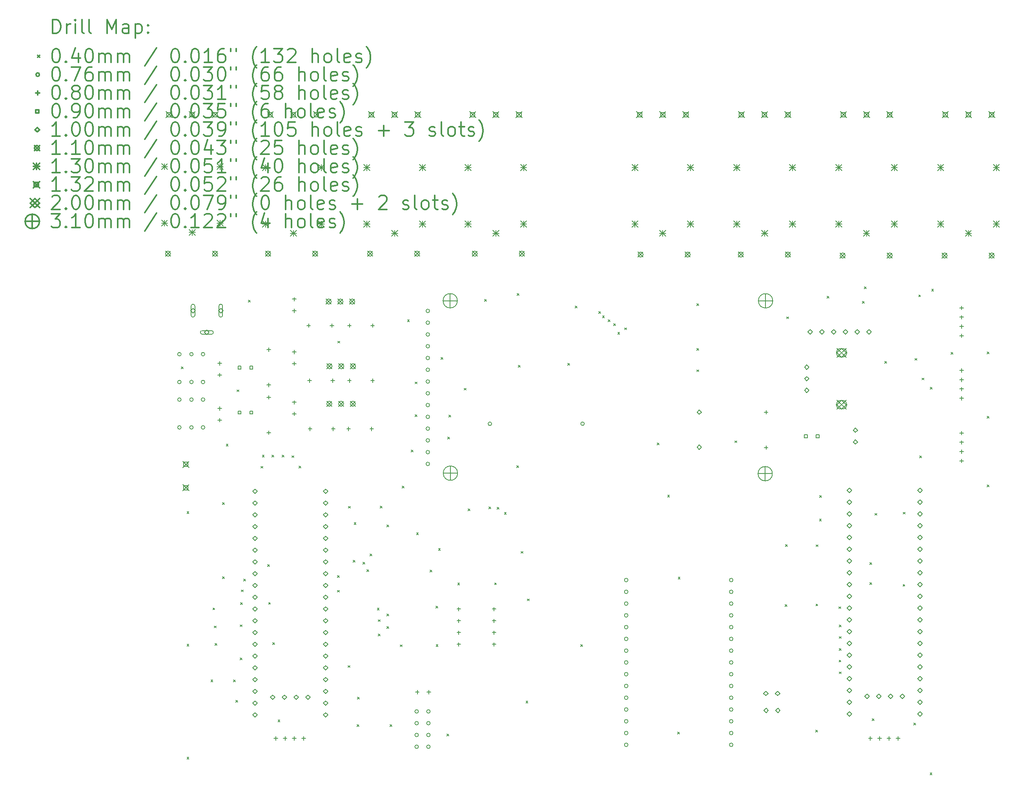
<source format=gbr>
%FSLAX45Y45*%
G04 Gerber Fmt 4.5, Leading zero omitted, Abs format (unit mm)*
G04 Created by KiCad (PCBNEW (5.1.8)-1) date 2022-01-18 18:31:33*
%MOMM*%
%LPD*%
G01*
G04 APERTURE LIST*
%ADD10C,0.200000*%
%ADD11C,0.300000*%
G04 APERTURE END LIST*
D10*
X3060000Y-7661000D02*
X3100000Y-7701000D01*
X3100000Y-7661000D02*
X3060000Y-7701000D01*
X3184000Y-10789000D02*
X3224000Y-10829000D01*
X3224000Y-10789000D02*
X3184000Y-10829000D01*
X3184000Y-13646000D02*
X3224000Y-13686000D01*
X3224000Y-13646000D02*
X3184000Y-13686000D01*
X3184000Y-16085000D02*
X3224000Y-16125000D01*
X3224000Y-16085000D02*
X3184000Y-16125000D01*
X3700000Y-14420000D02*
X3740000Y-14460000D01*
X3740000Y-14420000D02*
X3700000Y-14460000D01*
X3742000Y-12867000D02*
X3782000Y-12907000D01*
X3782000Y-12867000D02*
X3742000Y-12907000D01*
X3770000Y-13255000D02*
X3810000Y-13295000D01*
X3810000Y-13255000D02*
X3770000Y-13295000D01*
X3790000Y-13630000D02*
X3830000Y-13670000D01*
X3830000Y-13630000D02*
X3790000Y-13670000D01*
X3949000Y-10592000D02*
X3989000Y-10632000D01*
X3989000Y-10592000D02*
X3949000Y-10632000D01*
X3953000Y-12190000D02*
X3993000Y-12230000D01*
X3993000Y-12190000D02*
X3953000Y-12230000D01*
X4031000Y-9330000D02*
X4071000Y-9370000D01*
X4071000Y-9330000D02*
X4031000Y-9370000D01*
X4190000Y-14420000D02*
X4230000Y-14460000D01*
X4230000Y-14420000D02*
X4190000Y-14460000D01*
X4240000Y-14860000D02*
X4280000Y-14900000D01*
X4280000Y-14860000D02*
X4240000Y-14900000D01*
X4262000Y-8158000D02*
X4302000Y-8198000D01*
X4302000Y-8158000D02*
X4262000Y-8198000D01*
X4333000Y-13943000D02*
X4373000Y-13983000D01*
X4373000Y-13943000D02*
X4333000Y-13983000D01*
X4334000Y-13229000D02*
X4374000Y-13269000D01*
X4374000Y-13229000D02*
X4334000Y-13269000D01*
X4338000Y-12751000D02*
X4378000Y-12791000D01*
X4378000Y-12751000D02*
X4338000Y-12791000D01*
X4355000Y-12477000D02*
X4395000Y-12517000D01*
X4395000Y-12477000D02*
X4355000Y-12517000D01*
X4409000Y-12243000D02*
X4449000Y-12283000D01*
X4449000Y-12243000D02*
X4409000Y-12283000D01*
X4509000Y-6223000D02*
X4549000Y-6263000D01*
X4549000Y-6223000D02*
X4509000Y-6263000D01*
X4781000Y-9810000D02*
X4821000Y-9850000D01*
X4821000Y-9810000D02*
X4781000Y-9850000D01*
X4809000Y-9566000D02*
X4849000Y-9606000D01*
X4849000Y-9566000D02*
X4809000Y-9606000D01*
X4926000Y-11931000D02*
X4966000Y-11971000D01*
X4966000Y-11931000D02*
X4926000Y-11971000D01*
X4946000Y-12748000D02*
X4986000Y-12788000D01*
X4986000Y-12748000D02*
X4946000Y-12788000D01*
X5020000Y-9570000D02*
X5060000Y-9610000D01*
X5060000Y-9570000D02*
X5020000Y-9610000D01*
X5037000Y-13615000D02*
X5077000Y-13655000D01*
X5077000Y-13615000D02*
X5037000Y-13655000D01*
X5148000Y-15285000D02*
X5188000Y-15325000D01*
X5188000Y-15285000D02*
X5148000Y-15325000D01*
X5240000Y-9570000D02*
X5280000Y-9610000D01*
X5280000Y-9570000D02*
X5240000Y-9610000D01*
X5450000Y-9580000D02*
X5490000Y-9620000D01*
X5490000Y-9580000D02*
X5450000Y-9620000D01*
X5600000Y-9805000D02*
X5640000Y-9845000D01*
X5640000Y-9805000D02*
X5600000Y-9845000D01*
X6430000Y-12165000D02*
X6470000Y-12205000D01*
X6470000Y-12165000D02*
X6430000Y-12205000D01*
X6433000Y-12486000D02*
X6473000Y-12526000D01*
X6473000Y-12486000D02*
X6433000Y-12526000D01*
X6438000Y-7109000D02*
X6478000Y-7149000D01*
X6478000Y-7109000D02*
X6438000Y-7149000D01*
X6660000Y-14110000D02*
X6700000Y-14150000D01*
X6700000Y-14110000D02*
X6660000Y-14150000D01*
X6670000Y-10673000D02*
X6710000Y-10713000D01*
X6710000Y-10673000D02*
X6670000Y-10713000D01*
X6772000Y-11837000D02*
X6812000Y-11877000D01*
X6812000Y-11837000D02*
X6772000Y-11877000D01*
X6791000Y-11024000D02*
X6831000Y-11064000D01*
X6831000Y-11024000D02*
X6791000Y-11064000D01*
X6857000Y-15382000D02*
X6897000Y-15422000D01*
X6897000Y-15382000D02*
X6857000Y-15422000D01*
X6862000Y-14791000D02*
X6902000Y-14831000D01*
X6902000Y-14791000D02*
X6862000Y-14831000D01*
X6979000Y-11880000D02*
X7019000Y-11920000D01*
X7019000Y-11880000D02*
X6979000Y-11920000D01*
X7064000Y-12040000D02*
X7104000Y-12080000D01*
X7104000Y-12040000D02*
X7064000Y-12080000D01*
X7134001Y-11702999D02*
X7174001Y-11742999D01*
X7174001Y-11702999D02*
X7134001Y-11742999D01*
X7290000Y-12870000D02*
X7330000Y-12910000D01*
X7330000Y-12870000D02*
X7290000Y-12910000D01*
X7310000Y-13120000D02*
X7350000Y-13160000D01*
X7350000Y-13120000D02*
X7310000Y-13160000D01*
X7310000Y-13430000D02*
X7350000Y-13470000D01*
X7350000Y-13430000D02*
X7310000Y-13470000D01*
X7356000Y-10667000D02*
X7396000Y-10707000D01*
X7396000Y-10667000D02*
X7356000Y-10707000D01*
X7496000Y-13266000D02*
X7536000Y-13306000D01*
X7536000Y-13266000D02*
X7496000Y-13306000D01*
X7497000Y-12997000D02*
X7537000Y-13037000D01*
X7537000Y-12997000D02*
X7497000Y-13037000D01*
X7499000Y-11078000D02*
X7539000Y-11118000D01*
X7539000Y-11078000D02*
X7499000Y-11118000D01*
X7563000Y-15383000D02*
X7603000Y-15423000D01*
X7603000Y-15383000D02*
X7563000Y-15423000D01*
X7788000Y-13662000D02*
X7828000Y-13702000D01*
X7828000Y-13662000D02*
X7788000Y-13702000D01*
X7827000Y-10239000D02*
X7867000Y-10279000D01*
X7867000Y-10239000D02*
X7827000Y-10279000D01*
X7943000Y-6646000D02*
X7983000Y-6686000D01*
X7983000Y-6646000D02*
X7943000Y-6686000D01*
X8022000Y-9456000D02*
X8062000Y-9496000D01*
X8062000Y-9456000D02*
X8022000Y-9496000D01*
X8106000Y-7990000D02*
X8146000Y-8030000D01*
X8146000Y-7990000D02*
X8106000Y-8030000D01*
X8106000Y-8696000D02*
X8146000Y-8736000D01*
X8146000Y-8696000D02*
X8106000Y-8736000D01*
X8136250Y-11243750D02*
X8176250Y-11283750D01*
X8176250Y-11243750D02*
X8136250Y-11283750D01*
X8432000Y-12049000D02*
X8472000Y-12089000D01*
X8472000Y-12049000D02*
X8432000Y-12089000D01*
X8557000Y-12828000D02*
X8597000Y-12868000D01*
X8597000Y-12828000D02*
X8557000Y-12868000D01*
X8561000Y-13657000D02*
X8601000Y-13697000D01*
X8601000Y-13657000D02*
X8561000Y-13697000D01*
X8612000Y-11582000D02*
X8652000Y-11622000D01*
X8652000Y-11582000D02*
X8612000Y-11622000D01*
X8668000Y-7457000D02*
X8708000Y-7497000D01*
X8708000Y-7457000D02*
X8668000Y-7497000D01*
X8793000Y-15588000D02*
X8833000Y-15628000D01*
X8833000Y-15588000D02*
X8793000Y-15628000D01*
X8812000Y-9178000D02*
X8852000Y-9218000D01*
X8852000Y-9178000D02*
X8812000Y-9218000D01*
X8836000Y-8705000D02*
X8876000Y-8745000D01*
X8876000Y-8705000D02*
X8836000Y-8745000D01*
X9026000Y-12326000D02*
X9066000Y-12366000D01*
X9066000Y-12326000D02*
X9026000Y-12366000D01*
X9165000Y-8125000D02*
X9205000Y-8165000D01*
X9205000Y-8125000D02*
X9165000Y-8165000D01*
X9250000Y-10726000D02*
X9290000Y-10766000D01*
X9290000Y-10726000D02*
X9250000Y-10766000D01*
X9608000Y-6205000D02*
X9648000Y-6245000D01*
X9648000Y-6205000D02*
X9608000Y-6245000D01*
X9700000Y-10686000D02*
X9740000Y-10726000D01*
X9740000Y-10686000D02*
X9700000Y-10726000D01*
X9821000Y-12323000D02*
X9861000Y-12363000D01*
X9861000Y-12323000D02*
X9821000Y-12363000D01*
X9875000Y-10695000D02*
X9915000Y-10735000D01*
X9915000Y-10695000D02*
X9875000Y-10735000D01*
X10033000Y-10804000D02*
X10073000Y-10844000D01*
X10073000Y-10804000D02*
X10033000Y-10844000D01*
X10302000Y-9798000D02*
X10342000Y-9838000D01*
X10342000Y-9798000D02*
X10302000Y-9838000D01*
X10308000Y-6077000D02*
X10348000Y-6117000D01*
X10348000Y-6077000D02*
X10308000Y-6117000D01*
X10335000Y-7628000D02*
X10375000Y-7668000D01*
X10375000Y-7628000D02*
X10335000Y-7668000D01*
X10393750Y-11646250D02*
X10433750Y-11686250D01*
X10433750Y-11646250D02*
X10393750Y-11686250D01*
X10500000Y-14875000D02*
X10540000Y-14915000D01*
X10540000Y-14875000D02*
X10500000Y-14915000D01*
X10532000Y-12672000D02*
X10572000Y-12712000D01*
X10572000Y-12672000D02*
X10532000Y-12712000D01*
X11402000Y-7586000D02*
X11442000Y-7626000D01*
X11442000Y-7586000D02*
X11402000Y-7626000D01*
X11565000Y-6352000D02*
X11605000Y-6392000D01*
X11605000Y-6352000D02*
X11565000Y-6392000D01*
X11683000Y-13659000D02*
X11723000Y-13699000D01*
X11723000Y-13659000D02*
X11683000Y-13699000D01*
X12070000Y-6470000D02*
X12110000Y-6510000D01*
X12110000Y-6470000D02*
X12070000Y-6510000D01*
X12150000Y-6560000D02*
X12190000Y-6600000D01*
X12190000Y-6560000D02*
X12150000Y-6600000D01*
X12275000Y-6645000D02*
X12315000Y-6685000D01*
X12315000Y-6645000D02*
X12275000Y-6685000D01*
X12390000Y-6730000D02*
X12430000Y-6770000D01*
X12430000Y-6730000D02*
X12390000Y-6770000D01*
X12480000Y-6920000D02*
X12520000Y-6960000D01*
X12520000Y-6920000D02*
X12480000Y-6960000D01*
X12630000Y-6820000D02*
X12670000Y-6860000D01*
X12670000Y-6820000D02*
X12630000Y-6860000D01*
X13331000Y-9307000D02*
X13371000Y-9347000D01*
X13371000Y-9307000D02*
X13331000Y-9347000D01*
X13556000Y-10430000D02*
X13596000Y-10470000D01*
X13596000Y-10430000D02*
X13556000Y-10470000D01*
X13770000Y-15543000D02*
X13810000Y-15583000D01*
X13810000Y-15543000D02*
X13770000Y-15583000D01*
X13784000Y-12203000D02*
X13824000Y-12243000D01*
X13824000Y-12203000D02*
X13784000Y-12243000D01*
X14188000Y-6298000D02*
X14228000Y-6338000D01*
X14228000Y-6298000D02*
X14188000Y-6338000D01*
X14188000Y-7264000D02*
X14228000Y-7304000D01*
X14228000Y-7264000D02*
X14188000Y-7304000D01*
X14188000Y-7727000D02*
X14228000Y-7767000D01*
X14228000Y-7727000D02*
X14188000Y-7767000D01*
X15010000Y-9260000D02*
X15050000Y-9300000D01*
X15050000Y-9260000D02*
X15010000Y-9300000D01*
X16091000Y-12794000D02*
X16131000Y-12834000D01*
X16131000Y-12794000D02*
X16091000Y-12834000D01*
X16103000Y-11501000D02*
X16143000Y-11541000D01*
X16143000Y-11501000D02*
X16103000Y-11541000D01*
X16127000Y-6584000D02*
X16167000Y-6624000D01*
X16167000Y-6584000D02*
X16127000Y-6624000D01*
X16751000Y-15504000D02*
X16791000Y-15544000D01*
X16791000Y-15504000D02*
X16751000Y-15544000D01*
X16757000Y-12781000D02*
X16797000Y-12821000D01*
X16797000Y-12781000D02*
X16757000Y-12821000D01*
X16761000Y-11503000D02*
X16801000Y-11543000D01*
X16801000Y-11503000D02*
X16761000Y-11543000D01*
X16833000Y-10951000D02*
X16873000Y-10991000D01*
X16873000Y-10951000D02*
X16833000Y-10991000D01*
X16835000Y-10443000D02*
X16875000Y-10483000D01*
X16875000Y-10443000D02*
X16835000Y-10483000D01*
X16998000Y-6139000D02*
X17038000Y-6179000D01*
X17038000Y-6139000D02*
X16998000Y-6179000D01*
X17253000Y-12841000D02*
X17293000Y-12881000D01*
X17293000Y-12841000D02*
X17253000Y-12881000D01*
X17256000Y-13993000D02*
X17296000Y-14033000D01*
X17296000Y-13993000D02*
X17256000Y-14033000D01*
X17257000Y-13743000D02*
X17297000Y-13783000D01*
X17297000Y-13743000D02*
X17257000Y-13783000D01*
X17259000Y-13235000D02*
X17299000Y-13275000D01*
X17299000Y-13235000D02*
X17259000Y-13275000D01*
X17260000Y-14247000D02*
X17300000Y-14287000D01*
X17300000Y-14247000D02*
X17260000Y-14287000D01*
X17261000Y-13485000D02*
X17301000Y-13525000D01*
X17301000Y-13485000D02*
X17261000Y-13525000D01*
X17761000Y-6252000D02*
X17801000Y-6292000D01*
X17801000Y-6252000D02*
X17761000Y-6292000D01*
X17804001Y-5934001D02*
X17844001Y-5974001D01*
X17844001Y-5934001D02*
X17804001Y-5974001D01*
X17921000Y-12318000D02*
X17961000Y-12358000D01*
X17961000Y-12318000D02*
X17921000Y-12358000D01*
X17923000Y-11885000D02*
X17963000Y-11925000D01*
X17963000Y-11885000D02*
X17923000Y-11925000D01*
X17969000Y-15256000D02*
X18009000Y-15296000D01*
X18009000Y-15256000D02*
X17969000Y-15296000D01*
X18032000Y-10826000D02*
X18072000Y-10866000D01*
X18072000Y-10826000D02*
X18032000Y-10866000D01*
X18244000Y-7546000D02*
X18284000Y-7586000D01*
X18284000Y-7546000D02*
X18244000Y-7586000D01*
X18636000Y-12357000D02*
X18676000Y-12397000D01*
X18676000Y-12357000D02*
X18636000Y-12397000D01*
X18639000Y-10800000D02*
X18679000Y-10840000D01*
X18679000Y-10800000D02*
X18639000Y-10840000D01*
X18866000Y-15353000D02*
X18906000Y-15393000D01*
X18906000Y-15353000D02*
X18866000Y-15393000D01*
X18893000Y-7480000D02*
X18933000Y-7520000D01*
X18933000Y-7480000D02*
X18893000Y-7520000D01*
X18974000Y-6110000D02*
X19014000Y-6150000D01*
X19014000Y-6110000D02*
X18974000Y-6150000D01*
X18993000Y-9584000D02*
X19033000Y-9624000D01*
X19033000Y-9584000D02*
X18993000Y-9624000D01*
X19046250Y-7903750D02*
X19086250Y-7943750D01*
X19086250Y-7903750D02*
X19046250Y-7943750D01*
X19219000Y-16424000D02*
X19259000Y-16464000D01*
X19259000Y-16424000D02*
X19219000Y-16464000D01*
X19223750Y-8103750D02*
X19263750Y-8143750D01*
X19263750Y-8103750D02*
X19223750Y-8143750D01*
X19253750Y-5987751D02*
X19293750Y-6027751D01*
X19293750Y-5987751D02*
X19253750Y-6027751D01*
X19672000Y-7351000D02*
X19712000Y-7391000D01*
X19712000Y-7351000D02*
X19672000Y-7391000D01*
X20454000Y-7342000D02*
X20494000Y-7382000D01*
X20494000Y-7342000D02*
X20454000Y-7382000D01*
X20454000Y-8727000D02*
X20494000Y-8767000D01*
X20494000Y-8727000D02*
X20454000Y-8767000D01*
X20454000Y-10209000D02*
X20494000Y-10249000D01*
X20494000Y-10209000D02*
X20454000Y-10249000D01*
X3058100Y-7390000D02*
G75*
G03*
X3058100Y-7390000I-38100J0D01*
G01*
X3058100Y-7990000D02*
G75*
G03*
X3058100Y-7990000I-38100J0D01*
G01*
X3318100Y-7390000D02*
G75*
G03*
X3318100Y-7390000I-38100J0D01*
G01*
X3318100Y-7990000D02*
G75*
G03*
X3318100Y-7990000I-38100J0D01*
G01*
X3568100Y-7390000D02*
G75*
G03*
X3568100Y-7390000I-38100J0D01*
G01*
X3568100Y-7990000D02*
G75*
G03*
X3568100Y-7990000I-38100J0D01*
G01*
X8418100Y-6456000D02*
G75*
G03*
X8418100Y-6456000I-38100J0D01*
G01*
X8418100Y-6710000D02*
G75*
G03*
X8418100Y-6710000I-38100J0D01*
G01*
X8418100Y-6964000D02*
G75*
G03*
X8418100Y-6964000I-38100J0D01*
G01*
X8418100Y-7218000D02*
G75*
G03*
X8418100Y-7218000I-38100J0D01*
G01*
X8418100Y-7472000D02*
G75*
G03*
X8418100Y-7472000I-38100J0D01*
G01*
X8418100Y-7726000D02*
G75*
G03*
X8418100Y-7726000I-38100J0D01*
G01*
X8418100Y-7980000D02*
G75*
G03*
X8418100Y-7980000I-38100J0D01*
G01*
X8418100Y-8234000D02*
G75*
G03*
X8418100Y-8234000I-38100J0D01*
G01*
X8418100Y-8488000D02*
G75*
G03*
X8418100Y-8488000I-38100J0D01*
G01*
X8418100Y-8742000D02*
G75*
G03*
X8418100Y-8742000I-38100J0D01*
G01*
X8418100Y-8996000D02*
G75*
G03*
X8418100Y-8996000I-38100J0D01*
G01*
X8418100Y-9250000D02*
G75*
G03*
X8418100Y-9250000I-38100J0D01*
G01*
X8418100Y-9504000D02*
G75*
G03*
X8418100Y-9504000I-38100J0D01*
G01*
X8418100Y-9758000D02*
G75*
G03*
X8418100Y-9758000I-38100J0D01*
G01*
X8178100Y-15100000D02*
G75*
G03*
X8178100Y-15100000I-38100J0D01*
G01*
X8178100Y-15354000D02*
G75*
G03*
X8178100Y-15354000I-38100J0D01*
G01*
X8178100Y-15608000D02*
G75*
G03*
X8178100Y-15608000I-38100J0D01*
G01*
X8178100Y-15862000D02*
G75*
G03*
X8178100Y-15862000I-38100J0D01*
G01*
X8432100Y-15100000D02*
G75*
G03*
X8432100Y-15100000I-38100J0D01*
G01*
X8432100Y-15354000D02*
G75*
G03*
X8432100Y-15354000I-38100J0D01*
G01*
X8432100Y-15608000D02*
G75*
G03*
X8432100Y-15608000I-38100J0D01*
G01*
X8432100Y-15862000D02*
G75*
G03*
X8432100Y-15862000I-38100J0D01*
G01*
X9758100Y-8891000D02*
G75*
G03*
X9758100Y-8891000I-38100J0D01*
G01*
X11758100Y-8890000D02*
G75*
G03*
X11758100Y-8890000I-38100J0D01*
G01*
X12700100Y-12264500D02*
G75*
G03*
X12700100Y-12264500I-38100J0D01*
G01*
X12700100Y-12518500D02*
G75*
G03*
X12700100Y-12518500I-38100J0D01*
G01*
X12700100Y-12772500D02*
G75*
G03*
X12700100Y-12772500I-38100J0D01*
G01*
X12700100Y-13026500D02*
G75*
G03*
X12700100Y-13026500I-38100J0D01*
G01*
X12700100Y-13280500D02*
G75*
G03*
X12700100Y-13280500I-38100J0D01*
G01*
X12700100Y-13534500D02*
G75*
G03*
X12700100Y-13534500I-38100J0D01*
G01*
X12700100Y-13788500D02*
G75*
G03*
X12700100Y-13788500I-38100J0D01*
G01*
X12700100Y-14042500D02*
G75*
G03*
X12700100Y-14042500I-38100J0D01*
G01*
X12700100Y-14296500D02*
G75*
G03*
X12700100Y-14296500I-38100J0D01*
G01*
X12700100Y-14550500D02*
G75*
G03*
X12700100Y-14550500I-38100J0D01*
G01*
X12700100Y-14804500D02*
G75*
G03*
X12700100Y-14804500I-38100J0D01*
G01*
X12700100Y-15058500D02*
G75*
G03*
X12700100Y-15058500I-38100J0D01*
G01*
X12700100Y-15312500D02*
G75*
G03*
X12700100Y-15312500I-38100J0D01*
G01*
X12700100Y-15566500D02*
G75*
G03*
X12700100Y-15566500I-38100J0D01*
G01*
X12700100Y-15820500D02*
G75*
G03*
X12700100Y-15820500I-38100J0D01*
G01*
X14966100Y-12264500D02*
G75*
G03*
X14966100Y-12264500I-38100J0D01*
G01*
X14966100Y-12518500D02*
G75*
G03*
X14966100Y-12518500I-38100J0D01*
G01*
X14966100Y-12772500D02*
G75*
G03*
X14966100Y-12772500I-38100J0D01*
G01*
X14966100Y-13026500D02*
G75*
G03*
X14966100Y-13026500I-38100J0D01*
G01*
X14966100Y-13280500D02*
G75*
G03*
X14966100Y-13280500I-38100J0D01*
G01*
X14966100Y-13534500D02*
G75*
G03*
X14966100Y-13534500I-38100J0D01*
G01*
X14966100Y-13788500D02*
G75*
G03*
X14966100Y-13788500I-38100J0D01*
G01*
X14966100Y-14042500D02*
G75*
G03*
X14966100Y-14042500I-38100J0D01*
G01*
X14966100Y-14296500D02*
G75*
G03*
X14966100Y-14296500I-38100J0D01*
G01*
X14966100Y-14550500D02*
G75*
G03*
X14966100Y-14550500I-38100J0D01*
G01*
X14966100Y-14804500D02*
G75*
G03*
X14966100Y-14804500I-38100J0D01*
G01*
X14966100Y-15058500D02*
G75*
G03*
X14966100Y-15058500I-38100J0D01*
G01*
X14966100Y-15312500D02*
G75*
G03*
X14966100Y-15312500I-38100J0D01*
G01*
X14966100Y-15566500D02*
G75*
G03*
X14966100Y-15566500I-38100J0D01*
G01*
X14966100Y-15820500D02*
G75*
G03*
X14966100Y-15820500I-38100J0D01*
G01*
X3058100Y-8370000D02*
G75*
G03*
X3058100Y-8370000I-38100J0D01*
G01*
X3058100Y-8970000D02*
G75*
G03*
X3058100Y-8970000I-38100J0D01*
G01*
X3318100Y-8370000D02*
G75*
G03*
X3318100Y-8370000I-38100J0D01*
G01*
X3318100Y-8970000D02*
G75*
G03*
X3318100Y-8970000I-38100J0D01*
G01*
X3568100Y-8370000D02*
G75*
G03*
X3568100Y-8370000I-38100J0D01*
G01*
X3568100Y-8970000D02*
G75*
G03*
X3568100Y-8970000I-38100J0D01*
G01*
X5500000Y-7302000D02*
X5500000Y-7382000D01*
X5460000Y-7342000D02*
X5540000Y-7342000D01*
X5500000Y-7552000D02*
X5500000Y-7632000D01*
X5460000Y-7592000D02*
X5540000Y-7592000D01*
X5100000Y-15640000D02*
X5100000Y-15720000D01*
X5060000Y-15680000D02*
X5140000Y-15680000D01*
X5300000Y-15640000D02*
X5300000Y-15720000D01*
X5260000Y-15680000D02*
X5340000Y-15680000D01*
X5500000Y-15640000D02*
X5500000Y-15720000D01*
X5460000Y-15680000D02*
X5540000Y-15680000D01*
X5700000Y-15640000D02*
X5700000Y-15720000D01*
X5660000Y-15680000D02*
X5740000Y-15680000D01*
X19900000Y-6350000D02*
X19900000Y-6430000D01*
X19860000Y-6390000D02*
X19940000Y-6390000D01*
X19900000Y-6550000D02*
X19900000Y-6630000D01*
X19860000Y-6590000D02*
X19940000Y-6590000D01*
X19900000Y-6750000D02*
X19900000Y-6830000D01*
X19860000Y-6790000D02*
X19940000Y-6790000D01*
X19900000Y-6950000D02*
X19900000Y-7030000D01*
X19860000Y-6990000D02*
X19940000Y-6990000D01*
X5810000Y-6730000D02*
X5810000Y-6810000D01*
X5770000Y-6770000D02*
X5850000Y-6770000D01*
X6310000Y-6730000D02*
X6310000Y-6810000D01*
X6270000Y-6770000D02*
X6350000Y-6770000D01*
X5840000Y-8960000D02*
X5840000Y-9040000D01*
X5800000Y-9000000D02*
X5880000Y-9000000D01*
X6340000Y-8960000D02*
X6340000Y-9040000D01*
X6300000Y-9000000D02*
X6380000Y-9000000D01*
X5500000Y-6161000D02*
X5500000Y-6241000D01*
X5460000Y-6201000D02*
X5540000Y-6201000D01*
X5500000Y-6411000D02*
X5500000Y-6491000D01*
X5460000Y-6451000D02*
X5540000Y-6451000D01*
X4950000Y-8280000D02*
X4950000Y-8360000D01*
X4910000Y-8320000D02*
X4990000Y-8320000D01*
X4950000Y-9042000D02*
X4950000Y-9122000D01*
X4910000Y-9082000D02*
X4990000Y-9082000D01*
X19900000Y-7700000D02*
X19900000Y-7780000D01*
X19860000Y-7740000D02*
X19940000Y-7740000D01*
X19900000Y-7900000D02*
X19900000Y-7980000D01*
X19860000Y-7940000D02*
X19940000Y-7940000D01*
X19900000Y-8100000D02*
X19900000Y-8180000D01*
X19860000Y-8140000D02*
X19940000Y-8140000D01*
X19900000Y-8300000D02*
X19900000Y-8380000D01*
X19860000Y-8340000D02*
X19940000Y-8340000D01*
X4950000Y-7250000D02*
X4950000Y-7330000D01*
X4910000Y-7290000D02*
X4990000Y-7290000D01*
X4950000Y-8012000D02*
X4950000Y-8092000D01*
X4910000Y-8052000D02*
X4990000Y-8052000D01*
X15682000Y-8600000D02*
X15682000Y-8680000D01*
X15642000Y-8640000D02*
X15722000Y-8640000D01*
X15682000Y-9362000D02*
X15682000Y-9442000D01*
X15642000Y-9402000D02*
X15722000Y-9402000D01*
X17930000Y-15640000D02*
X17930000Y-15720000D01*
X17890000Y-15680000D02*
X17970000Y-15680000D01*
X18130000Y-15640000D02*
X18130000Y-15720000D01*
X18090000Y-15680000D02*
X18170000Y-15680000D01*
X18330000Y-15640000D02*
X18330000Y-15720000D01*
X18290000Y-15680000D02*
X18370000Y-15680000D01*
X18530000Y-15640000D02*
X18530000Y-15720000D01*
X18490000Y-15680000D02*
X18570000Y-15680000D01*
X6690000Y-7920000D02*
X6690000Y-8000000D01*
X6650000Y-7960000D02*
X6730000Y-7960000D01*
X7190000Y-7920000D02*
X7190000Y-8000000D01*
X7150000Y-7960000D02*
X7230000Y-7960000D01*
X6670000Y-8960000D02*
X6670000Y-9040000D01*
X6630000Y-9000000D02*
X6710000Y-9000000D01*
X7170000Y-8960000D02*
X7170000Y-9040000D01*
X7130000Y-9000000D02*
X7210000Y-9000000D01*
X9050000Y-12850000D02*
X9050000Y-12930000D01*
X9010000Y-12890000D02*
X9090000Y-12890000D01*
X9050000Y-13104000D02*
X9050000Y-13184000D01*
X9010000Y-13144000D02*
X9090000Y-13144000D01*
X9050000Y-13358000D02*
X9050000Y-13438000D01*
X9010000Y-13398000D02*
X9090000Y-13398000D01*
X9050000Y-13612000D02*
X9050000Y-13692000D01*
X9010000Y-13652000D02*
X9090000Y-13652000D01*
X9812000Y-12850000D02*
X9812000Y-12930000D01*
X9772000Y-12890000D02*
X9852000Y-12890000D01*
X9812000Y-13104000D02*
X9812000Y-13184000D01*
X9772000Y-13144000D02*
X9852000Y-13144000D01*
X9812000Y-13358000D02*
X9812000Y-13438000D01*
X9772000Y-13398000D02*
X9852000Y-13398000D01*
X9812000Y-13612000D02*
X9812000Y-13692000D01*
X9772000Y-13652000D02*
X9852000Y-13652000D01*
X19900000Y-9050000D02*
X19900000Y-9130000D01*
X19860000Y-9090000D02*
X19940000Y-9090000D01*
X19900000Y-9250000D02*
X19900000Y-9330000D01*
X19860000Y-9290000D02*
X19940000Y-9290000D01*
X19900000Y-9450000D02*
X19900000Y-9530000D01*
X19860000Y-9490000D02*
X19940000Y-9490000D01*
X19900000Y-9650000D02*
X19900000Y-9730000D01*
X19860000Y-9690000D02*
X19940000Y-9690000D01*
X5500000Y-8386000D02*
X5500000Y-8466000D01*
X5460000Y-8426000D02*
X5540000Y-8426000D01*
X5500000Y-8636000D02*
X5500000Y-8716000D01*
X5460000Y-8676000D02*
X5540000Y-8676000D01*
X5830000Y-7920000D02*
X5830000Y-8000000D01*
X5790000Y-7960000D02*
X5870000Y-7960000D01*
X6330000Y-7920000D02*
X6330000Y-8000000D01*
X6290000Y-7960000D02*
X6370000Y-7960000D01*
X8154000Y-14640000D02*
X8154000Y-14720000D01*
X8114000Y-14680000D02*
X8194000Y-14680000D01*
X8404000Y-14640000D02*
X8404000Y-14720000D01*
X8364000Y-14680000D02*
X8444000Y-14680000D01*
X3889000Y-7546000D02*
X3889000Y-7626000D01*
X3849000Y-7586000D02*
X3929000Y-7586000D01*
X3889000Y-7796000D02*
X3889000Y-7876000D01*
X3849000Y-7836000D02*
X3929000Y-7836000D01*
X3889000Y-8520000D02*
X3889000Y-8600000D01*
X3849000Y-8560000D02*
X3929000Y-8560000D01*
X3889000Y-8770000D02*
X3889000Y-8850000D01*
X3849000Y-8810000D02*
X3929000Y-8810000D01*
X6690000Y-6730000D02*
X6690000Y-6810000D01*
X6650000Y-6770000D02*
X6730000Y-6770000D01*
X7190000Y-6730000D02*
X7190000Y-6810000D01*
X7150000Y-6770000D02*
X7230000Y-6770000D01*
X4347820Y-8681820D02*
X4347820Y-8618180D01*
X4284180Y-8618180D01*
X4284180Y-8681820D01*
X4347820Y-8681820D01*
X4601820Y-8681820D02*
X4601820Y-8618180D01*
X4538180Y-8618180D01*
X4538180Y-8681820D01*
X4601820Y-8681820D01*
X16571820Y-9191820D02*
X16571820Y-9128180D01*
X16508180Y-9128180D01*
X16508180Y-9191820D01*
X16571820Y-9191820D01*
X16825820Y-9191820D02*
X16825820Y-9128180D01*
X16762180Y-9128180D01*
X16762180Y-9191820D01*
X16825820Y-9191820D01*
X4347820Y-7711820D02*
X4347820Y-7648180D01*
X4284180Y-7648180D01*
X4284180Y-7711820D01*
X4347820Y-7711820D01*
X4601820Y-7711820D02*
X4601820Y-7648180D01*
X4538180Y-7648180D01*
X4538180Y-7711820D01*
X4601820Y-7711820D01*
X15679000Y-14761000D02*
X15729000Y-14711000D01*
X15679000Y-14661000D01*
X15629000Y-14711000D01*
X15679000Y-14761000D01*
X15933000Y-14761000D02*
X15983000Y-14711000D01*
X15933000Y-14661000D01*
X15883000Y-14711000D01*
X15933000Y-14761000D01*
X16560000Y-7720000D02*
X16610000Y-7670000D01*
X16560000Y-7620000D01*
X16510000Y-7670000D01*
X16560000Y-7720000D01*
X16560000Y-7970000D02*
X16610000Y-7920000D01*
X16560000Y-7870000D01*
X16510000Y-7920000D01*
X16560000Y-7970000D01*
X16560000Y-8220000D02*
X16610000Y-8170000D01*
X16560000Y-8120000D01*
X16510000Y-8170000D01*
X16560000Y-8220000D01*
X3313000Y-6500000D02*
X3363000Y-6450000D01*
X3313000Y-6400000D01*
X3263000Y-6450000D01*
X3313000Y-6500000D01*
X3273000Y-6350000D02*
X3273000Y-6550000D01*
X3353000Y-6350000D02*
X3353000Y-6550000D01*
X3273000Y-6550000D02*
G75*
G03*
X3353000Y-6550000I40000J0D01*
G01*
X3353000Y-6350000D02*
G75*
G03*
X3273000Y-6350000I-40000J0D01*
G01*
X3613000Y-6970000D02*
X3663000Y-6920000D01*
X3613000Y-6870000D01*
X3563000Y-6920000D01*
X3613000Y-6970000D01*
X3513000Y-6960000D02*
X3713000Y-6960000D01*
X3513000Y-6880000D02*
X3713000Y-6880000D01*
X3713000Y-6960000D02*
G75*
G03*
X3713000Y-6880000I0J40000D01*
G01*
X3513000Y-6880000D02*
G75*
G03*
X3513000Y-6960000I0J-40000D01*
G01*
X3913000Y-6500000D02*
X3963000Y-6450000D01*
X3913000Y-6400000D01*
X3863000Y-6450000D01*
X3913000Y-6500000D01*
X3873000Y-6350000D02*
X3873000Y-6550000D01*
X3953000Y-6350000D02*
X3953000Y-6550000D01*
X3873000Y-6550000D02*
G75*
G03*
X3953000Y-6550000I40000J0D01*
G01*
X3953000Y-6350000D02*
G75*
G03*
X3873000Y-6350000I-40000J0D01*
G01*
X17480000Y-10380000D02*
X17530000Y-10330000D01*
X17480000Y-10280000D01*
X17430000Y-10330000D01*
X17480000Y-10380000D01*
X17480000Y-10634000D02*
X17530000Y-10584000D01*
X17480000Y-10534000D01*
X17430000Y-10584000D01*
X17480000Y-10634000D01*
X17480000Y-10888000D02*
X17530000Y-10838000D01*
X17480000Y-10788000D01*
X17430000Y-10838000D01*
X17480000Y-10888000D01*
X17480000Y-11142000D02*
X17530000Y-11092000D01*
X17480000Y-11042000D01*
X17430000Y-11092000D01*
X17480000Y-11142000D01*
X17480000Y-11396000D02*
X17530000Y-11346000D01*
X17480000Y-11296000D01*
X17430000Y-11346000D01*
X17480000Y-11396000D01*
X17480000Y-11650000D02*
X17530000Y-11600000D01*
X17480000Y-11550000D01*
X17430000Y-11600000D01*
X17480000Y-11650000D01*
X17480000Y-11904000D02*
X17530000Y-11854000D01*
X17480000Y-11804000D01*
X17430000Y-11854000D01*
X17480000Y-11904000D01*
X17480000Y-12158000D02*
X17530000Y-12108000D01*
X17480000Y-12058000D01*
X17430000Y-12108000D01*
X17480000Y-12158000D01*
X17480000Y-12412000D02*
X17530000Y-12362000D01*
X17480000Y-12312000D01*
X17430000Y-12362000D01*
X17480000Y-12412000D01*
X17480000Y-12666000D02*
X17530000Y-12616000D01*
X17480000Y-12566000D01*
X17430000Y-12616000D01*
X17480000Y-12666000D01*
X17480000Y-12920000D02*
X17530000Y-12870000D01*
X17480000Y-12820000D01*
X17430000Y-12870000D01*
X17480000Y-12920000D01*
X17480000Y-13174000D02*
X17530000Y-13124000D01*
X17480000Y-13074000D01*
X17430000Y-13124000D01*
X17480000Y-13174000D01*
X17480000Y-13428000D02*
X17530000Y-13378000D01*
X17480000Y-13328000D01*
X17430000Y-13378000D01*
X17480000Y-13428000D01*
X17480000Y-13682000D02*
X17530000Y-13632000D01*
X17480000Y-13582000D01*
X17430000Y-13632000D01*
X17480000Y-13682000D01*
X17480000Y-13936000D02*
X17530000Y-13886000D01*
X17480000Y-13836000D01*
X17430000Y-13886000D01*
X17480000Y-13936000D01*
X17480000Y-14190000D02*
X17530000Y-14140000D01*
X17480000Y-14090000D01*
X17430000Y-14140000D01*
X17480000Y-14190000D01*
X17480000Y-14444000D02*
X17530000Y-14394000D01*
X17480000Y-14344000D01*
X17430000Y-14394000D01*
X17480000Y-14444000D01*
X17480000Y-14698000D02*
X17530000Y-14648000D01*
X17480000Y-14598000D01*
X17430000Y-14648000D01*
X17480000Y-14698000D01*
X17480000Y-14952000D02*
X17530000Y-14902000D01*
X17480000Y-14852000D01*
X17430000Y-14902000D01*
X17480000Y-14952000D01*
X17480000Y-15206000D02*
X17530000Y-15156000D01*
X17480000Y-15106000D01*
X17430000Y-15156000D01*
X17480000Y-15206000D01*
X17861000Y-14825000D02*
X17911000Y-14775000D01*
X17861000Y-14725000D01*
X17811000Y-14775000D01*
X17861000Y-14825000D01*
X18115000Y-14825000D02*
X18165000Y-14775000D01*
X18115000Y-14725000D01*
X18065000Y-14775000D01*
X18115000Y-14825000D01*
X18369000Y-14825000D02*
X18419000Y-14775000D01*
X18369000Y-14725000D01*
X18319000Y-14775000D01*
X18369000Y-14825000D01*
X18623000Y-14825000D02*
X18673000Y-14775000D01*
X18623000Y-14725000D01*
X18573000Y-14775000D01*
X18623000Y-14825000D01*
X19004000Y-10380000D02*
X19054000Y-10330000D01*
X19004000Y-10280000D01*
X18954000Y-10330000D01*
X19004000Y-10380000D01*
X19004000Y-10634000D02*
X19054000Y-10584000D01*
X19004000Y-10534000D01*
X18954000Y-10584000D01*
X19004000Y-10634000D01*
X19004000Y-10888000D02*
X19054000Y-10838000D01*
X19004000Y-10788000D01*
X18954000Y-10838000D01*
X19004000Y-10888000D01*
X19004000Y-11142000D02*
X19054000Y-11092000D01*
X19004000Y-11042000D01*
X18954000Y-11092000D01*
X19004000Y-11142000D01*
X19004000Y-11396000D02*
X19054000Y-11346000D01*
X19004000Y-11296000D01*
X18954000Y-11346000D01*
X19004000Y-11396000D01*
X19004000Y-11650000D02*
X19054000Y-11600000D01*
X19004000Y-11550000D01*
X18954000Y-11600000D01*
X19004000Y-11650000D01*
X19004000Y-11904000D02*
X19054000Y-11854000D01*
X19004000Y-11804000D01*
X18954000Y-11854000D01*
X19004000Y-11904000D01*
X19004000Y-12158000D02*
X19054000Y-12108000D01*
X19004000Y-12058000D01*
X18954000Y-12108000D01*
X19004000Y-12158000D01*
X19004000Y-12412000D02*
X19054000Y-12362000D01*
X19004000Y-12312000D01*
X18954000Y-12362000D01*
X19004000Y-12412000D01*
X19004000Y-12666000D02*
X19054000Y-12616000D01*
X19004000Y-12566000D01*
X18954000Y-12616000D01*
X19004000Y-12666000D01*
X19004000Y-12920000D02*
X19054000Y-12870000D01*
X19004000Y-12820000D01*
X18954000Y-12870000D01*
X19004000Y-12920000D01*
X19004000Y-13174000D02*
X19054000Y-13124000D01*
X19004000Y-13074000D01*
X18954000Y-13124000D01*
X19004000Y-13174000D01*
X19004000Y-13428000D02*
X19054000Y-13378000D01*
X19004000Y-13328000D01*
X18954000Y-13378000D01*
X19004000Y-13428000D01*
X19004000Y-13682000D02*
X19054000Y-13632000D01*
X19004000Y-13582000D01*
X18954000Y-13632000D01*
X19004000Y-13682000D01*
X19004000Y-13936000D02*
X19054000Y-13886000D01*
X19004000Y-13836000D01*
X18954000Y-13886000D01*
X19004000Y-13936000D01*
X19004000Y-14190000D02*
X19054000Y-14140000D01*
X19004000Y-14090000D01*
X18954000Y-14140000D01*
X19004000Y-14190000D01*
X19004000Y-14444000D02*
X19054000Y-14394000D01*
X19004000Y-14344000D01*
X18954000Y-14394000D01*
X19004000Y-14444000D01*
X19004000Y-14698000D02*
X19054000Y-14648000D01*
X19004000Y-14598000D01*
X18954000Y-14648000D01*
X19004000Y-14698000D01*
X19004000Y-14952000D02*
X19054000Y-14902000D01*
X19004000Y-14852000D01*
X18954000Y-14902000D01*
X19004000Y-14952000D01*
X19004000Y-15206000D02*
X19054000Y-15156000D01*
X19004000Y-15106000D01*
X18954000Y-15156000D01*
X19004000Y-15206000D01*
X16630000Y-6960000D02*
X16680000Y-6910000D01*
X16630000Y-6860000D01*
X16580000Y-6910000D01*
X16630000Y-6960000D01*
X16884000Y-6960000D02*
X16934000Y-6910000D01*
X16884000Y-6860000D01*
X16834000Y-6910000D01*
X16884000Y-6960000D01*
X17138000Y-6960000D02*
X17188000Y-6910000D01*
X17138000Y-6860000D01*
X17088000Y-6910000D01*
X17138000Y-6960000D01*
X17392000Y-6960000D02*
X17442000Y-6910000D01*
X17392000Y-6860000D01*
X17342000Y-6910000D01*
X17392000Y-6960000D01*
X17646000Y-6960000D02*
X17696000Y-6910000D01*
X17646000Y-6860000D01*
X17596000Y-6910000D01*
X17646000Y-6960000D01*
X17900000Y-6960000D02*
X17950000Y-6910000D01*
X17900000Y-6860000D01*
X17850000Y-6910000D01*
X17900000Y-6960000D01*
X14240000Y-8690000D02*
X14290000Y-8640000D01*
X14240000Y-8590000D01*
X14190000Y-8640000D01*
X14240000Y-8690000D01*
X14240000Y-9450000D02*
X14290000Y-9400000D01*
X14240000Y-9350000D01*
X14190000Y-9400000D01*
X14240000Y-9450000D01*
X15680000Y-15130000D02*
X15730000Y-15080000D01*
X15680000Y-15030000D01*
X15630000Y-15080000D01*
X15680000Y-15130000D01*
X15934000Y-15130000D02*
X15984000Y-15080000D01*
X15934000Y-15030000D01*
X15884000Y-15080000D01*
X15934000Y-15130000D01*
X4650000Y-10400000D02*
X4700000Y-10350000D01*
X4650000Y-10300000D01*
X4600000Y-10350000D01*
X4650000Y-10400000D01*
X4650000Y-10654000D02*
X4700000Y-10604000D01*
X4650000Y-10554000D01*
X4600000Y-10604000D01*
X4650000Y-10654000D01*
X4650000Y-10908000D02*
X4700000Y-10858000D01*
X4650000Y-10808000D01*
X4600000Y-10858000D01*
X4650000Y-10908000D01*
X4650000Y-11162000D02*
X4700000Y-11112000D01*
X4650000Y-11062000D01*
X4600000Y-11112000D01*
X4650000Y-11162000D01*
X4650000Y-11416000D02*
X4700000Y-11366000D01*
X4650000Y-11316000D01*
X4600000Y-11366000D01*
X4650000Y-11416000D01*
X4650000Y-11670000D02*
X4700000Y-11620000D01*
X4650000Y-11570000D01*
X4600000Y-11620000D01*
X4650000Y-11670000D01*
X4650000Y-11924000D02*
X4700000Y-11874000D01*
X4650000Y-11824000D01*
X4600000Y-11874000D01*
X4650000Y-11924000D01*
X4650000Y-12178000D02*
X4700000Y-12128000D01*
X4650000Y-12078000D01*
X4600000Y-12128000D01*
X4650000Y-12178000D01*
X4650000Y-12432000D02*
X4700000Y-12382000D01*
X4650000Y-12332000D01*
X4600000Y-12382000D01*
X4650000Y-12432000D01*
X4650000Y-12686000D02*
X4700000Y-12636000D01*
X4650000Y-12586000D01*
X4600000Y-12636000D01*
X4650000Y-12686000D01*
X4650000Y-12940000D02*
X4700000Y-12890000D01*
X4650000Y-12840000D01*
X4600000Y-12890000D01*
X4650000Y-12940000D01*
X4650000Y-13194000D02*
X4700000Y-13144000D01*
X4650000Y-13094000D01*
X4600000Y-13144000D01*
X4650000Y-13194000D01*
X4650000Y-13448000D02*
X4700000Y-13398000D01*
X4650000Y-13348000D01*
X4600000Y-13398000D01*
X4650000Y-13448000D01*
X4650000Y-13702000D02*
X4700000Y-13652000D01*
X4650000Y-13602000D01*
X4600000Y-13652000D01*
X4650000Y-13702000D01*
X4650000Y-13956000D02*
X4700000Y-13906000D01*
X4650000Y-13856000D01*
X4600000Y-13906000D01*
X4650000Y-13956000D01*
X4650000Y-14210000D02*
X4700000Y-14160000D01*
X4650000Y-14110000D01*
X4600000Y-14160000D01*
X4650000Y-14210000D01*
X4650000Y-14464000D02*
X4700000Y-14414000D01*
X4650000Y-14364000D01*
X4600000Y-14414000D01*
X4650000Y-14464000D01*
X4650000Y-14718000D02*
X4700000Y-14668000D01*
X4650000Y-14618000D01*
X4600000Y-14668000D01*
X4650000Y-14718000D01*
X4650000Y-14972000D02*
X4700000Y-14922000D01*
X4650000Y-14872000D01*
X4600000Y-14922000D01*
X4650000Y-14972000D01*
X4650000Y-15226000D02*
X4700000Y-15176000D01*
X4650000Y-15126000D01*
X4600000Y-15176000D01*
X4650000Y-15226000D01*
X5031000Y-14845000D02*
X5081000Y-14795000D01*
X5031000Y-14745000D01*
X4981000Y-14795000D01*
X5031000Y-14845000D01*
X5285000Y-14845000D02*
X5335000Y-14795000D01*
X5285000Y-14745000D01*
X5235000Y-14795000D01*
X5285000Y-14845000D01*
X5539000Y-14845000D02*
X5589000Y-14795000D01*
X5539000Y-14745000D01*
X5489000Y-14795000D01*
X5539000Y-14845000D01*
X5793000Y-14845000D02*
X5843000Y-14795000D01*
X5793000Y-14745000D01*
X5743000Y-14795000D01*
X5793000Y-14845000D01*
X6174000Y-10400000D02*
X6224000Y-10350000D01*
X6174000Y-10300000D01*
X6124000Y-10350000D01*
X6174000Y-10400000D01*
X6174000Y-10654000D02*
X6224000Y-10604000D01*
X6174000Y-10554000D01*
X6124000Y-10604000D01*
X6174000Y-10654000D01*
X6174000Y-10908000D02*
X6224000Y-10858000D01*
X6174000Y-10808000D01*
X6124000Y-10858000D01*
X6174000Y-10908000D01*
X6174000Y-11162000D02*
X6224000Y-11112000D01*
X6174000Y-11062000D01*
X6124000Y-11112000D01*
X6174000Y-11162000D01*
X6174000Y-11416000D02*
X6224000Y-11366000D01*
X6174000Y-11316000D01*
X6124000Y-11366000D01*
X6174000Y-11416000D01*
X6174000Y-11670000D02*
X6224000Y-11620000D01*
X6174000Y-11570000D01*
X6124000Y-11620000D01*
X6174000Y-11670000D01*
X6174000Y-11924000D02*
X6224000Y-11874000D01*
X6174000Y-11824000D01*
X6124000Y-11874000D01*
X6174000Y-11924000D01*
X6174000Y-12178000D02*
X6224000Y-12128000D01*
X6174000Y-12078000D01*
X6124000Y-12128000D01*
X6174000Y-12178000D01*
X6174000Y-12432000D02*
X6224000Y-12382000D01*
X6174000Y-12332000D01*
X6124000Y-12382000D01*
X6174000Y-12432000D01*
X6174000Y-12686000D02*
X6224000Y-12636000D01*
X6174000Y-12586000D01*
X6124000Y-12636000D01*
X6174000Y-12686000D01*
X6174000Y-12940000D02*
X6224000Y-12890000D01*
X6174000Y-12840000D01*
X6124000Y-12890000D01*
X6174000Y-12940000D01*
X6174000Y-13194000D02*
X6224000Y-13144000D01*
X6174000Y-13094000D01*
X6124000Y-13144000D01*
X6174000Y-13194000D01*
X6174000Y-13448000D02*
X6224000Y-13398000D01*
X6174000Y-13348000D01*
X6124000Y-13398000D01*
X6174000Y-13448000D01*
X6174000Y-13702000D02*
X6224000Y-13652000D01*
X6174000Y-13602000D01*
X6124000Y-13652000D01*
X6174000Y-13702000D01*
X6174000Y-13956000D02*
X6224000Y-13906000D01*
X6174000Y-13856000D01*
X6124000Y-13906000D01*
X6174000Y-13956000D01*
X6174000Y-14210000D02*
X6224000Y-14160000D01*
X6174000Y-14110000D01*
X6124000Y-14160000D01*
X6174000Y-14210000D01*
X6174000Y-14464000D02*
X6224000Y-14414000D01*
X6174000Y-14364000D01*
X6124000Y-14414000D01*
X6174000Y-14464000D01*
X6174000Y-14718000D02*
X6224000Y-14668000D01*
X6174000Y-14618000D01*
X6124000Y-14668000D01*
X6174000Y-14718000D01*
X6174000Y-14972000D02*
X6224000Y-14922000D01*
X6174000Y-14872000D01*
X6124000Y-14922000D01*
X6174000Y-14972000D01*
X6174000Y-15226000D02*
X6224000Y-15176000D01*
X6174000Y-15126000D01*
X6124000Y-15176000D01*
X6174000Y-15226000D01*
X17610000Y-9080000D02*
X17660000Y-9030000D01*
X17610000Y-8980000D01*
X17560000Y-9030000D01*
X17610000Y-9080000D01*
X17610000Y-9334000D02*
X17660000Y-9284000D01*
X17610000Y-9234000D01*
X17560000Y-9284000D01*
X17610000Y-9334000D01*
X19479000Y-5205000D02*
X19589000Y-5315000D01*
X19589000Y-5205000D02*
X19479000Y-5315000D01*
X19589000Y-5260000D02*
G75*
G03*
X19589000Y-5260000I-55000J0D01*
G01*
X20495000Y-5205000D02*
X20605000Y-5315000D01*
X20605000Y-5205000D02*
X20495000Y-5315000D01*
X20605000Y-5260000D02*
G75*
G03*
X20605000Y-5260000I-55000J0D01*
G01*
X17279000Y-5205000D02*
X17389000Y-5315000D01*
X17389000Y-5205000D02*
X17279000Y-5315000D01*
X17389000Y-5260000D02*
G75*
G03*
X17389000Y-5260000I-55000J0D01*
G01*
X18295000Y-5205000D02*
X18405000Y-5315000D01*
X18405000Y-5205000D02*
X18295000Y-5315000D01*
X18405000Y-5260000D02*
G75*
G03*
X18405000Y-5260000I-55000J0D01*
G01*
X2719000Y-5165000D02*
X2829000Y-5275000D01*
X2829000Y-5165000D02*
X2719000Y-5275000D01*
X2829000Y-5220000D02*
G75*
G03*
X2829000Y-5220000I-55000J0D01*
G01*
X3735000Y-5165000D02*
X3845000Y-5275000D01*
X3845000Y-5165000D02*
X3735000Y-5275000D01*
X3845000Y-5220000D02*
G75*
G03*
X3845000Y-5220000I-55000J0D01*
G01*
X4879000Y-5165000D02*
X4989000Y-5275000D01*
X4989000Y-5165000D02*
X4879000Y-5275000D01*
X4989000Y-5220000D02*
G75*
G03*
X4989000Y-5220000I-55000J0D01*
G01*
X5895000Y-5165000D02*
X6005000Y-5275000D01*
X6005000Y-5165000D02*
X5895000Y-5275000D01*
X6005000Y-5220000D02*
G75*
G03*
X6005000Y-5220000I-55000J0D01*
G01*
X15079000Y-5185000D02*
X15189000Y-5295000D01*
X15189000Y-5185000D02*
X15079000Y-5295000D01*
X15189000Y-5240000D02*
G75*
G03*
X15189000Y-5240000I-55000J0D01*
G01*
X16095000Y-5185000D02*
X16205000Y-5295000D01*
X16205000Y-5185000D02*
X16095000Y-5295000D01*
X16205000Y-5240000D02*
G75*
G03*
X16205000Y-5240000I-55000J0D01*
G01*
X6187000Y-6199000D02*
X6297000Y-6309000D01*
X6297000Y-6199000D02*
X6187000Y-6309000D01*
X6297000Y-6254000D02*
G75*
G03*
X6297000Y-6254000I-55000J0D01*
G01*
X6441000Y-6199000D02*
X6551000Y-6309000D01*
X6551000Y-6199000D02*
X6441000Y-6309000D01*
X6551000Y-6254000D02*
G75*
G03*
X6551000Y-6254000I-55000J0D01*
G01*
X6695000Y-6199000D02*
X6805000Y-6309000D01*
X6805000Y-6199000D02*
X6695000Y-6309000D01*
X6805000Y-6254000D02*
G75*
G03*
X6805000Y-6254000I-55000J0D01*
G01*
X6205000Y-7595000D02*
X6315000Y-7705000D01*
X6315000Y-7595000D02*
X6205000Y-7705000D01*
X6315000Y-7650000D02*
G75*
G03*
X6315000Y-7650000I-55000J0D01*
G01*
X6459000Y-7595000D02*
X6569000Y-7705000D01*
X6569000Y-7595000D02*
X6459000Y-7705000D01*
X6569000Y-7650000D02*
G75*
G03*
X6569000Y-7650000I-55000J0D01*
G01*
X6713000Y-7595000D02*
X6823000Y-7705000D01*
X6823000Y-7595000D02*
X6713000Y-7705000D01*
X6823000Y-7650000D02*
G75*
G03*
X6823000Y-7650000I-55000J0D01*
G01*
X9339000Y-5165000D02*
X9449000Y-5275000D01*
X9449000Y-5165000D02*
X9339000Y-5275000D01*
X9449000Y-5220000D02*
G75*
G03*
X9449000Y-5220000I-55000J0D01*
G01*
X10355000Y-5165000D02*
X10465000Y-5275000D01*
X10465000Y-5165000D02*
X10355000Y-5275000D01*
X10465000Y-5220000D02*
G75*
G03*
X10465000Y-5220000I-55000J0D01*
G01*
X12919000Y-5185000D02*
X13029000Y-5295000D01*
X13029000Y-5185000D02*
X12919000Y-5295000D01*
X13029000Y-5240000D02*
G75*
G03*
X13029000Y-5240000I-55000J0D01*
G01*
X13935000Y-5185000D02*
X14045000Y-5295000D01*
X14045000Y-5185000D02*
X13935000Y-5295000D01*
X14045000Y-5240000D02*
G75*
G03*
X14045000Y-5240000I-55000J0D01*
G01*
X7079000Y-5165000D02*
X7189000Y-5275000D01*
X7189000Y-5165000D02*
X7079000Y-5275000D01*
X7189000Y-5220000D02*
G75*
G03*
X7189000Y-5220000I-55000J0D01*
G01*
X8095000Y-5165000D02*
X8205000Y-5275000D01*
X8205000Y-5165000D02*
X8095000Y-5275000D01*
X8205000Y-5220000D02*
G75*
G03*
X8205000Y-5220000I-55000J0D01*
G01*
X6200000Y-8404000D02*
X6310000Y-8514000D01*
X6310000Y-8404000D02*
X6200000Y-8514000D01*
X6310000Y-8459000D02*
G75*
G03*
X6310000Y-8459000I-55000J0D01*
G01*
X6454000Y-8404000D02*
X6564000Y-8514000D01*
X6564000Y-8404000D02*
X6454000Y-8514000D01*
X6564000Y-8459000D02*
G75*
G03*
X6564000Y-8459000I-55000J0D01*
G01*
X6708000Y-8404000D02*
X6818000Y-8514000D01*
X6818000Y-8404000D02*
X6708000Y-8514000D01*
X6818000Y-8459000D02*
G75*
G03*
X6818000Y-8459000I-55000J0D01*
G01*
X19385000Y-3295000D02*
X19515000Y-3425000D01*
X19515000Y-3295000D02*
X19385000Y-3425000D01*
X19450000Y-3295000D02*
X19450000Y-3425000D01*
X19385000Y-3360000D02*
X19515000Y-3360000D01*
X19385000Y-4515000D02*
X19515000Y-4645000D01*
X19515000Y-4515000D02*
X19385000Y-4645000D01*
X19450000Y-4515000D02*
X19450000Y-4645000D01*
X19385000Y-4580000D02*
X19515000Y-4580000D01*
X19985000Y-4715000D02*
X20115000Y-4845000D01*
X20115000Y-4715000D02*
X19985000Y-4845000D01*
X20050000Y-4715000D02*
X20050000Y-4845000D01*
X19985000Y-4780000D02*
X20115000Y-4780000D01*
X20585000Y-3295000D02*
X20715000Y-3425000D01*
X20715000Y-3295000D02*
X20585000Y-3425000D01*
X20650000Y-3295000D02*
X20650000Y-3425000D01*
X20585000Y-3360000D02*
X20715000Y-3360000D01*
X20585000Y-4515000D02*
X20715000Y-4645000D01*
X20715000Y-4515000D02*
X20585000Y-4645000D01*
X20650000Y-4515000D02*
X20650000Y-4645000D01*
X20585000Y-4580000D02*
X20715000Y-4580000D01*
X2633000Y-3275000D02*
X2763000Y-3405000D01*
X2763000Y-3275000D02*
X2633000Y-3405000D01*
X2698000Y-3275000D02*
X2698000Y-3405000D01*
X2633000Y-3340000D02*
X2763000Y-3340000D01*
X2633000Y-4495000D02*
X2763000Y-4625000D01*
X2763000Y-4495000D02*
X2633000Y-4625000D01*
X2698000Y-4495000D02*
X2698000Y-4625000D01*
X2633000Y-4560000D02*
X2763000Y-4560000D01*
X3233000Y-4695000D02*
X3363000Y-4825000D01*
X3363000Y-4695000D02*
X3233000Y-4825000D01*
X3298000Y-4695000D02*
X3298000Y-4825000D01*
X3233000Y-4760000D02*
X3363000Y-4760000D01*
X3833000Y-3275000D02*
X3963000Y-3405000D01*
X3963000Y-3275000D02*
X3833000Y-3405000D01*
X3898000Y-3275000D02*
X3898000Y-3405000D01*
X3833000Y-3340000D02*
X3963000Y-3340000D01*
X3833000Y-4495000D02*
X3963000Y-4625000D01*
X3963000Y-4495000D02*
X3833000Y-4625000D01*
X3898000Y-4495000D02*
X3898000Y-4625000D01*
X3833000Y-4560000D02*
X3963000Y-4560000D01*
X12785000Y-3295000D02*
X12915000Y-3425000D01*
X12915000Y-3295000D02*
X12785000Y-3425000D01*
X12850000Y-3295000D02*
X12850000Y-3425000D01*
X12785000Y-3360000D02*
X12915000Y-3360000D01*
X12785000Y-4515000D02*
X12915000Y-4645000D01*
X12915000Y-4515000D02*
X12785000Y-4645000D01*
X12850000Y-4515000D02*
X12850000Y-4645000D01*
X12785000Y-4580000D02*
X12915000Y-4580000D01*
X13385000Y-4715000D02*
X13515000Y-4845000D01*
X13515000Y-4715000D02*
X13385000Y-4845000D01*
X13450000Y-4715000D02*
X13450000Y-4845000D01*
X13385000Y-4780000D02*
X13515000Y-4780000D01*
X13985000Y-3295000D02*
X14115000Y-3425000D01*
X14115000Y-3295000D02*
X13985000Y-3425000D01*
X14050000Y-3295000D02*
X14050000Y-3425000D01*
X13985000Y-3360000D02*
X14115000Y-3360000D01*
X13985000Y-4515000D02*
X14115000Y-4645000D01*
X14115000Y-4515000D02*
X13985000Y-4645000D01*
X14050000Y-4515000D02*
X14050000Y-4645000D01*
X13985000Y-4580000D02*
X14115000Y-4580000D01*
X7001000Y-3295000D02*
X7131000Y-3425000D01*
X7131000Y-3295000D02*
X7001000Y-3425000D01*
X7066000Y-3295000D02*
X7066000Y-3425000D01*
X7001000Y-3360000D02*
X7131000Y-3360000D01*
X7001000Y-4515000D02*
X7131000Y-4645000D01*
X7131000Y-4515000D02*
X7001000Y-4645000D01*
X7066000Y-4515000D02*
X7066000Y-4645000D01*
X7001000Y-4580000D02*
X7131000Y-4580000D01*
X7601000Y-4715000D02*
X7731000Y-4845000D01*
X7731000Y-4715000D02*
X7601000Y-4845000D01*
X7666000Y-4715000D02*
X7666000Y-4845000D01*
X7601000Y-4780000D02*
X7731000Y-4780000D01*
X8201000Y-3295000D02*
X8331000Y-3425000D01*
X8331000Y-3295000D02*
X8201000Y-3425000D01*
X8266000Y-3295000D02*
X8266000Y-3425000D01*
X8201000Y-3360000D02*
X8331000Y-3360000D01*
X8201000Y-4515000D02*
X8331000Y-4645000D01*
X8331000Y-4515000D02*
X8201000Y-4645000D01*
X8266000Y-4515000D02*
X8266000Y-4645000D01*
X8201000Y-4580000D02*
X8331000Y-4580000D01*
X17185000Y-3295000D02*
X17315000Y-3425000D01*
X17315000Y-3295000D02*
X17185000Y-3425000D01*
X17250000Y-3295000D02*
X17250000Y-3425000D01*
X17185000Y-3360000D02*
X17315000Y-3360000D01*
X17185000Y-4515000D02*
X17315000Y-4645000D01*
X17315000Y-4515000D02*
X17185000Y-4645000D01*
X17250000Y-4515000D02*
X17250000Y-4645000D01*
X17185000Y-4580000D02*
X17315000Y-4580000D01*
X17785000Y-4715000D02*
X17915000Y-4845000D01*
X17915000Y-4715000D02*
X17785000Y-4845000D01*
X17850000Y-4715000D02*
X17850000Y-4845000D01*
X17785000Y-4780000D02*
X17915000Y-4780000D01*
X18385000Y-3295000D02*
X18515000Y-3425000D01*
X18515000Y-3295000D02*
X18385000Y-3425000D01*
X18450000Y-3295000D02*
X18450000Y-3425000D01*
X18385000Y-3360000D02*
X18515000Y-3360000D01*
X18385000Y-4515000D02*
X18515000Y-4645000D01*
X18515000Y-4515000D02*
X18385000Y-4645000D01*
X18450000Y-4515000D02*
X18450000Y-4645000D01*
X18385000Y-4580000D02*
X18515000Y-4580000D01*
X4817000Y-3295000D02*
X4947000Y-3425000D01*
X4947000Y-3295000D02*
X4817000Y-3425000D01*
X4882000Y-3295000D02*
X4882000Y-3425000D01*
X4817000Y-3360000D02*
X4947000Y-3360000D01*
X4817000Y-4515000D02*
X4947000Y-4645000D01*
X4947000Y-4515000D02*
X4817000Y-4645000D01*
X4882000Y-4515000D02*
X4882000Y-4645000D01*
X4817000Y-4580000D02*
X4947000Y-4580000D01*
X5417000Y-4715000D02*
X5547000Y-4845000D01*
X5547000Y-4715000D02*
X5417000Y-4845000D01*
X5482000Y-4715000D02*
X5482000Y-4845000D01*
X5417000Y-4780000D02*
X5547000Y-4780000D01*
X6017000Y-3295000D02*
X6147000Y-3425000D01*
X6147000Y-3295000D02*
X6017000Y-3425000D01*
X6082000Y-3295000D02*
X6082000Y-3425000D01*
X6017000Y-3360000D02*
X6147000Y-3360000D01*
X6017000Y-4515000D02*
X6147000Y-4645000D01*
X6147000Y-4515000D02*
X6017000Y-4645000D01*
X6082000Y-4515000D02*
X6082000Y-4645000D01*
X6017000Y-4580000D02*
X6147000Y-4580000D01*
X14985000Y-3295000D02*
X15115000Y-3425000D01*
X15115000Y-3295000D02*
X14985000Y-3425000D01*
X15050000Y-3295000D02*
X15050000Y-3425000D01*
X14985000Y-3360000D02*
X15115000Y-3360000D01*
X14985000Y-4515000D02*
X15115000Y-4645000D01*
X15115000Y-4515000D02*
X14985000Y-4645000D01*
X15050000Y-4515000D02*
X15050000Y-4645000D01*
X14985000Y-4580000D02*
X15115000Y-4580000D01*
X15585000Y-4715000D02*
X15715000Y-4845000D01*
X15715000Y-4715000D02*
X15585000Y-4845000D01*
X15650000Y-4715000D02*
X15650000Y-4845000D01*
X15585000Y-4780000D02*
X15715000Y-4780000D01*
X16185000Y-3295000D02*
X16315000Y-3425000D01*
X16315000Y-3295000D02*
X16185000Y-3425000D01*
X16250000Y-3295000D02*
X16250000Y-3425000D01*
X16185000Y-3360000D02*
X16315000Y-3360000D01*
X16185000Y-4515000D02*
X16315000Y-4645000D01*
X16315000Y-4515000D02*
X16185000Y-4645000D01*
X16250000Y-4515000D02*
X16250000Y-4645000D01*
X16185000Y-4580000D02*
X16315000Y-4580000D01*
X9185000Y-3295000D02*
X9315000Y-3425000D01*
X9315000Y-3295000D02*
X9185000Y-3425000D01*
X9250000Y-3295000D02*
X9250000Y-3425000D01*
X9185000Y-3360000D02*
X9315000Y-3360000D01*
X9185000Y-4515000D02*
X9315000Y-4645000D01*
X9315000Y-4515000D02*
X9185000Y-4645000D01*
X9250000Y-4515000D02*
X9250000Y-4645000D01*
X9185000Y-4580000D02*
X9315000Y-4580000D01*
X9785000Y-4715000D02*
X9915000Y-4845000D01*
X9915000Y-4715000D02*
X9785000Y-4845000D01*
X9850000Y-4715000D02*
X9850000Y-4845000D01*
X9785000Y-4780000D02*
X9915000Y-4780000D01*
X10385000Y-3295000D02*
X10515000Y-3425000D01*
X10515000Y-3295000D02*
X10385000Y-3425000D01*
X10450000Y-3295000D02*
X10450000Y-3425000D01*
X10385000Y-3360000D02*
X10515000Y-3360000D01*
X10385000Y-4515000D02*
X10515000Y-4645000D01*
X10515000Y-4515000D02*
X10385000Y-4645000D01*
X10450000Y-4515000D02*
X10450000Y-4645000D01*
X10385000Y-4580000D02*
X10515000Y-4580000D01*
X4914667Y-2154000D02*
X5046667Y-2286000D01*
X5046667Y-2154000D02*
X4914667Y-2286000D01*
X5027336Y-2266670D02*
X5027336Y-2173331D01*
X4933997Y-2173331D01*
X4933997Y-2266670D01*
X5027336Y-2266670D01*
X5414667Y-2154000D02*
X5546667Y-2286000D01*
X5546667Y-2154000D02*
X5414667Y-2286000D01*
X5527336Y-2266670D02*
X5527336Y-2173331D01*
X5433997Y-2173331D01*
X5433997Y-2266670D01*
X5527336Y-2266670D01*
X5914667Y-2154000D02*
X6046667Y-2286000D01*
X6046667Y-2154000D02*
X5914667Y-2286000D01*
X6027336Y-2266670D02*
X6027336Y-2173331D01*
X5933997Y-2173331D01*
X5933997Y-2266670D01*
X6027336Y-2266670D01*
X7099333Y-2154000D02*
X7231333Y-2286000D01*
X7231333Y-2154000D02*
X7099333Y-2286000D01*
X7212003Y-2266670D02*
X7212003Y-2173331D01*
X7118664Y-2173331D01*
X7118664Y-2266670D01*
X7212003Y-2266670D01*
X7599333Y-2154000D02*
X7731333Y-2286000D01*
X7731333Y-2154000D02*
X7599333Y-2286000D01*
X7712003Y-2266670D02*
X7712003Y-2173331D01*
X7618664Y-2173331D01*
X7618664Y-2266670D01*
X7712003Y-2266670D01*
X8099333Y-2154000D02*
X8231333Y-2286000D01*
X8231333Y-2154000D02*
X8099333Y-2286000D01*
X8212003Y-2266670D02*
X8212003Y-2173331D01*
X8118664Y-2173331D01*
X8118664Y-2266670D01*
X8212003Y-2266670D01*
X19484000Y-2154000D02*
X19616000Y-2286000D01*
X19616000Y-2154000D02*
X19484000Y-2286000D01*
X19596670Y-2266670D02*
X19596670Y-2173331D01*
X19503331Y-2173331D01*
X19503331Y-2266670D01*
X19596670Y-2266670D01*
X19984000Y-2154000D02*
X20116000Y-2286000D01*
X20116000Y-2154000D02*
X19984000Y-2286000D01*
X20096670Y-2266670D02*
X20096670Y-2173331D01*
X20003331Y-2173331D01*
X20003331Y-2266670D01*
X20096670Y-2266670D01*
X20484000Y-2154000D02*
X20616000Y-2286000D01*
X20616000Y-2154000D02*
X20484000Y-2286000D01*
X20596670Y-2266670D02*
X20596670Y-2173331D01*
X20503331Y-2173331D01*
X20503331Y-2266670D01*
X20596670Y-2266670D01*
X15084000Y-2154000D02*
X15216000Y-2286000D01*
X15216000Y-2154000D02*
X15084000Y-2286000D01*
X15196669Y-2266670D02*
X15196669Y-2173331D01*
X15103330Y-2173331D01*
X15103330Y-2266670D01*
X15196669Y-2266670D01*
X15584000Y-2154000D02*
X15716000Y-2286000D01*
X15716000Y-2154000D02*
X15584000Y-2286000D01*
X15696669Y-2266670D02*
X15696669Y-2173331D01*
X15603330Y-2173331D01*
X15603330Y-2266670D01*
X15696669Y-2266670D01*
X16084000Y-2154000D02*
X16216000Y-2286000D01*
X16216000Y-2154000D02*
X16084000Y-2286000D01*
X16196669Y-2266670D02*
X16196669Y-2173331D01*
X16103330Y-2173331D01*
X16103330Y-2266670D01*
X16196669Y-2266670D01*
X17284000Y-2154000D02*
X17416000Y-2286000D01*
X17416000Y-2154000D02*
X17284000Y-2286000D01*
X17396670Y-2266670D02*
X17396670Y-2173331D01*
X17303331Y-2173331D01*
X17303331Y-2266670D01*
X17396670Y-2266670D01*
X17784000Y-2154000D02*
X17916000Y-2286000D01*
X17916000Y-2154000D02*
X17784000Y-2286000D01*
X17896670Y-2266670D02*
X17896670Y-2173331D01*
X17803331Y-2173331D01*
X17803331Y-2266670D01*
X17896670Y-2266670D01*
X18284000Y-2154000D02*
X18416000Y-2286000D01*
X18416000Y-2154000D02*
X18284000Y-2286000D01*
X18396670Y-2266670D02*
X18396670Y-2173331D01*
X18303331Y-2173331D01*
X18303331Y-2266670D01*
X18396670Y-2266670D01*
X2730000Y-2154000D02*
X2862000Y-2286000D01*
X2862000Y-2154000D02*
X2730000Y-2286000D01*
X2842669Y-2266670D02*
X2842669Y-2173331D01*
X2749331Y-2173331D01*
X2749331Y-2266670D01*
X2842669Y-2266670D01*
X3230000Y-2154000D02*
X3362000Y-2286000D01*
X3362000Y-2154000D02*
X3230000Y-2286000D01*
X3342669Y-2266670D02*
X3342669Y-2173331D01*
X3249330Y-2173331D01*
X3249330Y-2266670D01*
X3342669Y-2266670D01*
X3730000Y-2154000D02*
X3862000Y-2286000D01*
X3862000Y-2154000D02*
X3730000Y-2286000D01*
X3842669Y-2266670D02*
X3842669Y-2173331D01*
X3749330Y-2173331D01*
X3749330Y-2266670D01*
X3842669Y-2266670D01*
X12884000Y-2154000D02*
X13016000Y-2286000D01*
X13016000Y-2154000D02*
X12884000Y-2286000D01*
X12996669Y-2266670D02*
X12996669Y-2173331D01*
X12903330Y-2173331D01*
X12903330Y-2266670D01*
X12996669Y-2266670D01*
X13384000Y-2154000D02*
X13516000Y-2286000D01*
X13516000Y-2154000D02*
X13384000Y-2286000D01*
X13496669Y-2266670D02*
X13496669Y-2173331D01*
X13403330Y-2173331D01*
X13403330Y-2266670D01*
X13496669Y-2266670D01*
X13884000Y-2154000D02*
X14016000Y-2286000D01*
X14016000Y-2154000D02*
X13884000Y-2286000D01*
X13996669Y-2266670D02*
X13996669Y-2173331D01*
X13903330Y-2173331D01*
X13903330Y-2266670D01*
X13996669Y-2266670D01*
X3094000Y-9704000D02*
X3226000Y-9836000D01*
X3226000Y-9704000D02*
X3094000Y-9836000D01*
X3206669Y-9816670D02*
X3206669Y-9723331D01*
X3113330Y-9723331D01*
X3113330Y-9816670D01*
X3206669Y-9816670D01*
X3094000Y-10204000D02*
X3226000Y-10336000D01*
X3226000Y-10204000D02*
X3094000Y-10336000D01*
X3206669Y-10316670D02*
X3206669Y-10223331D01*
X3113330Y-10223331D01*
X3113330Y-10316670D01*
X3206669Y-10316670D01*
X9284000Y-2154000D02*
X9416000Y-2286000D01*
X9416000Y-2154000D02*
X9284000Y-2286000D01*
X9396670Y-2266670D02*
X9396670Y-2173331D01*
X9303331Y-2173331D01*
X9303331Y-2266670D01*
X9396670Y-2266670D01*
X9784000Y-2154000D02*
X9916000Y-2286000D01*
X9916000Y-2154000D02*
X9784000Y-2286000D01*
X9896670Y-2266670D02*
X9896670Y-2173331D01*
X9803331Y-2173331D01*
X9803331Y-2266670D01*
X9896670Y-2266670D01*
X10284000Y-2154000D02*
X10416000Y-2286000D01*
X10416000Y-2154000D02*
X10284000Y-2286000D01*
X10396670Y-2266670D02*
X10396670Y-2173331D01*
X10303331Y-2173331D01*
X10303331Y-2266670D01*
X10396670Y-2266670D01*
X17210000Y-7260000D02*
X17410000Y-7460000D01*
X17410000Y-7260000D02*
X17210000Y-7460000D01*
X17310000Y-7460000D02*
X17410000Y-7360000D01*
X17310000Y-7260000D01*
X17210000Y-7360000D01*
X17310000Y-7460000D01*
X17285000Y-7450000D02*
X17335000Y-7450000D01*
X17285000Y-7270000D02*
X17335000Y-7270000D01*
X17335000Y-7450000D02*
G75*
G03*
X17335000Y-7270000I0J90000D01*
G01*
X17285000Y-7270000D02*
G75*
G03*
X17285000Y-7450000I0J-90000D01*
G01*
X17210000Y-8380000D02*
X17410000Y-8580000D01*
X17410000Y-8380000D02*
X17210000Y-8580000D01*
X17310000Y-8580000D02*
X17410000Y-8480000D01*
X17310000Y-8380000D01*
X17210000Y-8480000D01*
X17310000Y-8580000D01*
X17285000Y-8570000D02*
X17335000Y-8570000D01*
X17285000Y-8390000D02*
X17335000Y-8390000D01*
X17335000Y-8570000D02*
G75*
G03*
X17335000Y-8390000I0J90000D01*
G01*
X17285000Y-8390000D02*
G75*
G03*
X17285000Y-8570000I0J-90000D01*
G01*
X8864000Y-6082000D02*
X8864000Y-6392000D01*
X8709000Y-6237000D02*
X9019000Y-6237000D01*
X9019000Y-6237000D02*
G75*
G03*
X9019000Y-6237000I-155000J0D01*
G01*
X8869000Y-9803000D02*
X8869000Y-10113000D01*
X8714000Y-9958000D02*
X9024000Y-9958000D01*
X9024000Y-9958000D02*
G75*
G03*
X9024000Y-9958000I-155000J0D01*
G01*
X15662000Y-9814000D02*
X15662000Y-10124000D01*
X15507000Y-9969000D02*
X15817000Y-9969000D01*
X15817000Y-9969000D02*
G75*
G03*
X15817000Y-9969000I-155000J0D01*
G01*
X15670000Y-6083000D02*
X15670000Y-6393000D01*
X15515000Y-6238000D02*
X15825000Y-6238000D01*
X15825000Y-6238000D02*
G75*
G03*
X15825000Y-6238000I-155000J0D01*
G01*
D11*
X286429Y-465714D02*
X286429Y-165714D01*
X357857Y-165714D01*
X400714Y-180000D01*
X429286Y-208571D01*
X443571Y-237143D01*
X457857Y-294286D01*
X457857Y-337143D01*
X443571Y-394286D01*
X429286Y-422857D01*
X400714Y-451428D01*
X357857Y-465714D01*
X286429Y-465714D01*
X586429Y-465714D02*
X586429Y-265714D01*
X586429Y-322857D02*
X600714Y-294286D01*
X615000Y-280000D01*
X643571Y-265714D01*
X672143Y-265714D01*
X772143Y-465714D02*
X772143Y-265714D01*
X772143Y-165714D02*
X757857Y-180000D01*
X772143Y-194286D01*
X786428Y-180000D01*
X772143Y-165714D01*
X772143Y-194286D01*
X957857Y-465714D02*
X929286Y-451428D01*
X915000Y-422857D01*
X915000Y-165714D01*
X1115000Y-465714D02*
X1086429Y-451428D01*
X1072143Y-422857D01*
X1072143Y-165714D01*
X1457857Y-465714D02*
X1457857Y-165714D01*
X1557857Y-380000D01*
X1657857Y-165714D01*
X1657857Y-465714D01*
X1929286Y-465714D02*
X1929286Y-308571D01*
X1915000Y-280000D01*
X1886428Y-265714D01*
X1829286Y-265714D01*
X1800714Y-280000D01*
X1929286Y-451428D02*
X1900714Y-465714D01*
X1829286Y-465714D01*
X1800714Y-451428D01*
X1786428Y-422857D01*
X1786428Y-394286D01*
X1800714Y-365714D01*
X1829286Y-351428D01*
X1900714Y-351428D01*
X1929286Y-337143D01*
X2072143Y-265714D02*
X2072143Y-565714D01*
X2072143Y-280000D02*
X2100714Y-265714D01*
X2157857Y-265714D01*
X2186429Y-280000D01*
X2200714Y-294286D01*
X2215000Y-322857D01*
X2215000Y-408571D01*
X2200714Y-437143D01*
X2186429Y-451428D01*
X2157857Y-465714D01*
X2100714Y-465714D01*
X2072143Y-451428D01*
X2343571Y-437143D02*
X2357857Y-451428D01*
X2343571Y-465714D01*
X2329286Y-451428D01*
X2343571Y-437143D01*
X2343571Y-465714D01*
X2343571Y-280000D02*
X2357857Y-294286D01*
X2343571Y-308571D01*
X2329286Y-294286D01*
X2343571Y-280000D01*
X2343571Y-308571D01*
X-40000Y-940000D02*
X0Y-980000D01*
X0Y-940000D02*
X-40000Y-980000D01*
X343571Y-795714D02*
X372143Y-795714D01*
X400714Y-810000D01*
X415000Y-824286D01*
X429286Y-852857D01*
X443571Y-910000D01*
X443571Y-981428D01*
X429286Y-1038571D01*
X415000Y-1067143D01*
X400714Y-1081429D01*
X372143Y-1095714D01*
X343571Y-1095714D01*
X315000Y-1081429D01*
X300714Y-1067143D01*
X286429Y-1038571D01*
X272143Y-981428D01*
X272143Y-910000D01*
X286429Y-852857D01*
X300714Y-824286D01*
X315000Y-810000D01*
X343571Y-795714D01*
X572143Y-1067143D02*
X586429Y-1081429D01*
X572143Y-1095714D01*
X557857Y-1081429D01*
X572143Y-1067143D01*
X572143Y-1095714D01*
X843571Y-895714D02*
X843571Y-1095714D01*
X772143Y-781428D02*
X700714Y-995714D01*
X886428Y-995714D01*
X1057857Y-795714D02*
X1086429Y-795714D01*
X1115000Y-810000D01*
X1129286Y-824286D01*
X1143571Y-852857D01*
X1157857Y-910000D01*
X1157857Y-981428D01*
X1143571Y-1038571D01*
X1129286Y-1067143D01*
X1115000Y-1081429D01*
X1086429Y-1095714D01*
X1057857Y-1095714D01*
X1029286Y-1081429D01*
X1015000Y-1067143D01*
X1000714Y-1038571D01*
X986428Y-981428D01*
X986428Y-910000D01*
X1000714Y-852857D01*
X1015000Y-824286D01*
X1029286Y-810000D01*
X1057857Y-795714D01*
X1286429Y-1095714D02*
X1286429Y-895714D01*
X1286429Y-924286D02*
X1300714Y-910000D01*
X1329286Y-895714D01*
X1372143Y-895714D01*
X1400714Y-910000D01*
X1415000Y-938571D01*
X1415000Y-1095714D01*
X1415000Y-938571D02*
X1429286Y-910000D01*
X1457857Y-895714D01*
X1500714Y-895714D01*
X1529286Y-910000D01*
X1543571Y-938571D01*
X1543571Y-1095714D01*
X1686428Y-1095714D02*
X1686428Y-895714D01*
X1686428Y-924286D02*
X1700714Y-910000D01*
X1729286Y-895714D01*
X1772143Y-895714D01*
X1800714Y-910000D01*
X1815000Y-938571D01*
X1815000Y-1095714D01*
X1815000Y-938571D02*
X1829286Y-910000D01*
X1857857Y-895714D01*
X1900714Y-895714D01*
X1929286Y-910000D01*
X1943571Y-938571D01*
X1943571Y-1095714D01*
X2529286Y-781428D02*
X2272143Y-1167143D01*
X2915000Y-795714D02*
X2943571Y-795714D01*
X2972143Y-810000D01*
X2986428Y-824286D01*
X3000714Y-852857D01*
X3015000Y-910000D01*
X3015000Y-981428D01*
X3000714Y-1038571D01*
X2986428Y-1067143D01*
X2972143Y-1081429D01*
X2943571Y-1095714D01*
X2915000Y-1095714D01*
X2886428Y-1081429D01*
X2872143Y-1067143D01*
X2857857Y-1038571D01*
X2843571Y-981428D01*
X2843571Y-910000D01*
X2857857Y-852857D01*
X2872143Y-824286D01*
X2886428Y-810000D01*
X2915000Y-795714D01*
X3143571Y-1067143D02*
X3157857Y-1081429D01*
X3143571Y-1095714D01*
X3129286Y-1081429D01*
X3143571Y-1067143D01*
X3143571Y-1095714D01*
X3343571Y-795714D02*
X3372143Y-795714D01*
X3400714Y-810000D01*
X3415000Y-824286D01*
X3429286Y-852857D01*
X3443571Y-910000D01*
X3443571Y-981428D01*
X3429286Y-1038571D01*
X3415000Y-1067143D01*
X3400714Y-1081429D01*
X3372143Y-1095714D01*
X3343571Y-1095714D01*
X3315000Y-1081429D01*
X3300714Y-1067143D01*
X3286428Y-1038571D01*
X3272143Y-981428D01*
X3272143Y-910000D01*
X3286428Y-852857D01*
X3300714Y-824286D01*
X3315000Y-810000D01*
X3343571Y-795714D01*
X3729286Y-1095714D02*
X3557857Y-1095714D01*
X3643571Y-1095714D02*
X3643571Y-795714D01*
X3615000Y-838571D01*
X3586428Y-867143D01*
X3557857Y-881428D01*
X3986428Y-795714D02*
X3929286Y-795714D01*
X3900714Y-810000D01*
X3886428Y-824286D01*
X3857857Y-867143D01*
X3843571Y-924286D01*
X3843571Y-1038571D01*
X3857857Y-1067143D01*
X3872143Y-1081429D01*
X3900714Y-1095714D01*
X3957857Y-1095714D01*
X3986428Y-1081429D01*
X4000714Y-1067143D01*
X4015000Y-1038571D01*
X4015000Y-967143D01*
X4000714Y-938571D01*
X3986428Y-924286D01*
X3957857Y-910000D01*
X3900714Y-910000D01*
X3872143Y-924286D01*
X3857857Y-938571D01*
X3843571Y-967143D01*
X4129286Y-795714D02*
X4129286Y-852857D01*
X4243571Y-795714D02*
X4243571Y-852857D01*
X4686429Y-1210000D02*
X4672143Y-1195714D01*
X4643571Y-1152857D01*
X4629286Y-1124286D01*
X4615000Y-1081429D01*
X4600714Y-1010000D01*
X4600714Y-952857D01*
X4615000Y-881428D01*
X4629286Y-838571D01*
X4643571Y-810000D01*
X4672143Y-767143D01*
X4686429Y-752857D01*
X4957857Y-1095714D02*
X4786429Y-1095714D01*
X4872143Y-1095714D02*
X4872143Y-795714D01*
X4843571Y-838571D01*
X4815000Y-867143D01*
X4786429Y-881428D01*
X5057857Y-795714D02*
X5243571Y-795714D01*
X5143571Y-910000D01*
X5186429Y-910000D01*
X5215000Y-924286D01*
X5229286Y-938571D01*
X5243571Y-967143D01*
X5243571Y-1038571D01*
X5229286Y-1067143D01*
X5215000Y-1081429D01*
X5186429Y-1095714D01*
X5100714Y-1095714D01*
X5072143Y-1081429D01*
X5057857Y-1067143D01*
X5357857Y-824286D02*
X5372143Y-810000D01*
X5400714Y-795714D01*
X5472143Y-795714D01*
X5500714Y-810000D01*
X5515000Y-824286D01*
X5529286Y-852857D01*
X5529286Y-881428D01*
X5515000Y-924286D01*
X5343571Y-1095714D01*
X5529286Y-1095714D01*
X5886428Y-1095714D02*
X5886428Y-795714D01*
X6015000Y-1095714D02*
X6015000Y-938571D01*
X6000714Y-910000D01*
X5972143Y-895714D01*
X5929286Y-895714D01*
X5900714Y-910000D01*
X5886428Y-924286D01*
X6200714Y-1095714D02*
X6172143Y-1081429D01*
X6157857Y-1067143D01*
X6143571Y-1038571D01*
X6143571Y-952857D01*
X6157857Y-924286D01*
X6172143Y-910000D01*
X6200714Y-895714D01*
X6243571Y-895714D01*
X6272143Y-910000D01*
X6286428Y-924286D01*
X6300714Y-952857D01*
X6300714Y-1038571D01*
X6286428Y-1067143D01*
X6272143Y-1081429D01*
X6243571Y-1095714D01*
X6200714Y-1095714D01*
X6472143Y-1095714D02*
X6443571Y-1081429D01*
X6429286Y-1052857D01*
X6429286Y-795714D01*
X6700714Y-1081429D02*
X6672143Y-1095714D01*
X6615000Y-1095714D01*
X6586428Y-1081429D01*
X6572143Y-1052857D01*
X6572143Y-938571D01*
X6586428Y-910000D01*
X6615000Y-895714D01*
X6672143Y-895714D01*
X6700714Y-910000D01*
X6715000Y-938571D01*
X6715000Y-967143D01*
X6572143Y-995714D01*
X6829286Y-1081429D02*
X6857857Y-1095714D01*
X6915000Y-1095714D01*
X6943571Y-1081429D01*
X6957857Y-1052857D01*
X6957857Y-1038571D01*
X6943571Y-1010000D01*
X6915000Y-995714D01*
X6872143Y-995714D01*
X6843571Y-981428D01*
X6829286Y-952857D01*
X6829286Y-938571D01*
X6843571Y-910000D01*
X6872143Y-895714D01*
X6915000Y-895714D01*
X6943571Y-910000D01*
X7057857Y-1210000D02*
X7072143Y-1195714D01*
X7100714Y-1152857D01*
X7115000Y-1124286D01*
X7129286Y-1081429D01*
X7143571Y-1010000D01*
X7143571Y-952857D01*
X7129286Y-881428D01*
X7115000Y-838571D01*
X7100714Y-810000D01*
X7072143Y-767143D01*
X7057857Y-752857D01*
X0Y-1356000D02*
G75*
G03*
X0Y-1356000I-38100J0D01*
G01*
X343571Y-1191714D02*
X372143Y-1191714D01*
X400714Y-1206000D01*
X415000Y-1220286D01*
X429286Y-1248857D01*
X443571Y-1306000D01*
X443571Y-1377429D01*
X429286Y-1434571D01*
X415000Y-1463143D01*
X400714Y-1477428D01*
X372143Y-1491714D01*
X343571Y-1491714D01*
X315000Y-1477428D01*
X300714Y-1463143D01*
X286429Y-1434571D01*
X272143Y-1377429D01*
X272143Y-1306000D01*
X286429Y-1248857D01*
X300714Y-1220286D01*
X315000Y-1206000D01*
X343571Y-1191714D01*
X572143Y-1463143D02*
X586429Y-1477428D01*
X572143Y-1491714D01*
X557857Y-1477428D01*
X572143Y-1463143D01*
X572143Y-1491714D01*
X686429Y-1191714D02*
X886428Y-1191714D01*
X757857Y-1491714D01*
X1129286Y-1191714D02*
X1072143Y-1191714D01*
X1043571Y-1206000D01*
X1029286Y-1220286D01*
X1000714Y-1263143D01*
X986428Y-1320286D01*
X986428Y-1434571D01*
X1000714Y-1463143D01*
X1015000Y-1477428D01*
X1043571Y-1491714D01*
X1100714Y-1491714D01*
X1129286Y-1477428D01*
X1143571Y-1463143D01*
X1157857Y-1434571D01*
X1157857Y-1363143D01*
X1143571Y-1334571D01*
X1129286Y-1320286D01*
X1100714Y-1306000D01*
X1043571Y-1306000D01*
X1015000Y-1320286D01*
X1000714Y-1334571D01*
X986428Y-1363143D01*
X1286429Y-1491714D02*
X1286429Y-1291714D01*
X1286429Y-1320286D02*
X1300714Y-1306000D01*
X1329286Y-1291714D01*
X1372143Y-1291714D01*
X1400714Y-1306000D01*
X1415000Y-1334571D01*
X1415000Y-1491714D01*
X1415000Y-1334571D02*
X1429286Y-1306000D01*
X1457857Y-1291714D01*
X1500714Y-1291714D01*
X1529286Y-1306000D01*
X1543571Y-1334571D01*
X1543571Y-1491714D01*
X1686428Y-1491714D02*
X1686428Y-1291714D01*
X1686428Y-1320286D02*
X1700714Y-1306000D01*
X1729286Y-1291714D01*
X1772143Y-1291714D01*
X1800714Y-1306000D01*
X1815000Y-1334571D01*
X1815000Y-1491714D01*
X1815000Y-1334571D02*
X1829286Y-1306000D01*
X1857857Y-1291714D01*
X1900714Y-1291714D01*
X1929286Y-1306000D01*
X1943571Y-1334571D01*
X1943571Y-1491714D01*
X2529286Y-1177429D02*
X2272143Y-1563143D01*
X2915000Y-1191714D02*
X2943571Y-1191714D01*
X2972143Y-1206000D01*
X2986428Y-1220286D01*
X3000714Y-1248857D01*
X3015000Y-1306000D01*
X3015000Y-1377429D01*
X3000714Y-1434571D01*
X2986428Y-1463143D01*
X2972143Y-1477428D01*
X2943571Y-1491714D01*
X2915000Y-1491714D01*
X2886428Y-1477428D01*
X2872143Y-1463143D01*
X2857857Y-1434571D01*
X2843571Y-1377429D01*
X2843571Y-1306000D01*
X2857857Y-1248857D01*
X2872143Y-1220286D01*
X2886428Y-1206000D01*
X2915000Y-1191714D01*
X3143571Y-1463143D02*
X3157857Y-1477428D01*
X3143571Y-1491714D01*
X3129286Y-1477428D01*
X3143571Y-1463143D01*
X3143571Y-1491714D01*
X3343571Y-1191714D02*
X3372143Y-1191714D01*
X3400714Y-1206000D01*
X3415000Y-1220286D01*
X3429286Y-1248857D01*
X3443571Y-1306000D01*
X3443571Y-1377429D01*
X3429286Y-1434571D01*
X3415000Y-1463143D01*
X3400714Y-1477428D01*
X3372143Y-1491714D01*
X3343571Y-1491714D01*
X3315000Y-1477428D01*
X3300714Y-1463143D01*
X3286428Y-1434571D01*
X3272143Y-1377429D01*
X3272143Y-1306000D01*
X3286428Y-1248857D01*
X3300714Y-1220286D01*
X3315000Y-1206000D01*
X3343571Y-1191714D01*
X3543571Y-1191714D02*
X3729286Y-1191714D01*
X3629286Y-1306000D01*
X3672143Y-1306000D01*
X3700714Y-1320286D01*
X3715000Y-1334571D01*
X3729286Y-1363143D01*
X3729286Y-1434571D01*
X3715000Y-1463143D01*
X3700714Y-1477428D01*
X3672143Y-1491714D01*
X3586428Y-1491714D01*
X3557857Y-1477428D01*
X3543571Y-1463143D01*
X3915000Y-1191714D02*
X3943571Y-1191714D01*
X3972143Y-1206000D01*
X3986428Y-1220286D01*
X4000714Y-1248857D01*
X4015000Y-1306000D01*
X4015000Y-1377429D01*
X4000714Y-1434571D01*
X3986428Y-1463143D01*
X3972143Y-1477428D01*
X3943571Y-1491714D01*
X3915000Y-1491714D01*
X3886428Y-1477428D01*
X3872143Y-1463143D01*
X3857857Y-1434571D01*
X3843571Y-1377429D01*
X3843571Y-1306000D01*
X3857857Y-1248857D01*
X3872143Y-1220286D01*
X3886428Y-1206000D01*
X3915000Y-1191714D01*
X4129286Y-1191714D02*
X4129286Y-1248857D01*
X4243571Y-1191714D02*
X4243571Y-1248857D01*
X4686429Y-1606000D02*
X4672143Y-1591714D01*
X4643571Y-1548857D01*
X4629286Y-1520286D01*
X4615000Y-1477428D01*
X4600714Y-1406000D01*
X4600714Y-1348857D01*
X4615000Y-1277429D01*
X4629286Y-1234571D01*
X4643571Y-1206000D01*
X4672143Y-1163143D01*
X4686429Y-1148857D01*
X4929286Y-1191714D02*
X4872143Y-1191714D01*
X4843571Y-1206000D01*
X4829286Y-1220286D01*
X4800714Y-1263143D01*
X4786429Y-1320286D01*
X4786429Y-1434571D01*
X4800714Y-1463143D01*
X4815000Y-1477428D01*
X4843571Y-1491714D01*
X4900714Y-1491714D01*
X4929286Y-1477428D01*
X4943571Y-1463143D01*
X4957857Y-1434571D01*
X4957857Y-1363143D01*
X4943571Y-1334571D01*
X4929286Y-1320286D01*
X4900714Y-1306000D01*
X4843571Y-1306000D01*
X4815000Y-1320286D01*
X4800714Y-1334571D01*
X4786429Y-1363143D01*
X5215000Y-1191714D02*
X5157857Y-1191714D01*
X5129286Y-1206000D01*
X5115000Y-1220286D01*
X5086429Y-1263143D01*
X5072143Y-1320286D01*
X5072143Y-1434571D01*
X5086429Y-1463143D01*
X5100714Y-1477428D01*
X5129286Y-1491714D01*
X5186429Y-1491714D01*
X5215000Y-1477428D01*
X5229286Y-1463143D01*
X5243571Y-1434571D01*
X5243571Y-1363143D01*
X5229286Y-1334571D01*
X5215000Y-1320286D01*
X5186429Y-1306000D01*
X5129286Y-1306000D01*
X5100714Y-1320286D01*
X5086429Y-1334571D01*
X5072143Y-1363143D01*
X5600714Y-1491714D02*
X5600714Y-1191714D01*
X5729286Y-1491714D02*
X5729286Y-1334571D01*
X5715000Y-1306000D01*
X5686428Y-1291714D01*
X5643571Y-1291714D01*
X5615000Y-1306000D01*
X5600714Y-1320286D01*
X5915000Y-1491714D02*
X5886428Y-1477428D01*
X5872143Y-1463143D01*
X5857857Y-1434571D01*
X5857857Y-1348857D01*
X5872143Y-1320286D01*
X5886428Y-1306000D01*
X5915000Y-1291714D01*
X5957857Y-1291714D01*
X5986428Y-1306000D01*
X6000714Y-1320286D01*
X6015000Y-1348857D01*
X6015000Y-1434571D01*
X6000714Y-1463143D01*
X5986428Y-1477428D01*
X5957857Y-1491714D01*
X5915000Y-1491714D01*
X6186428Y-1491714D02*
X6157857Y-1477428D01*
X6143571Y-1448857D01*
X6143571Y-1191714D01*
X6415000Y-1477428D02*
X6386428Y-1491714D01*
X6329286Y-1491714D01*
X6300714Y-1477428D01*
X6286428Y-1448857D01*
X6286428Y-1334571D01*
X6300714Y-1306000D01*
X6329286Y-1291714D01*
X6386428Y-1291714D01*
X6415000Y-1306000D01*
X6429286Y-1334571D01*
X6429286Y-1363143D01*
X6286428Y-1391714D01*
X6543571Y-1477428D02*
X6572143Y-1491714D01*
X6629286Y-1491714D01*
X6657857Y-1477428D01*
X6672143Y-1448857D01*
X6672143Y-1434571D01*
X6657857Y-1406000D01*
X6629286Y-1391714D01*
X6586428Y-1391714D01*
X6557857Y-1377429D01*
X6543571Y-1348857D01*
X6543571Y-1334571D01*
X6557857Y-1306000D01*
X6586428Y-1291714D01*
X6629286Y-1291714D01*
X6657857Y-1306000D01*
X6772143Y-1606000D02*
X6786428Y-1591714D01*
X6815000Y-1548857D01*
X6829286Y-1520286D01*
X6843571Y-1477428D01*
X6857857Y-1406000D01*
X6857857Y-1348857D01*
X6843571Y-1277429D01*
X6829286Y-1234571D01*
X6815000Y-1206000D01*
X6786428Y-1163143D01*
X6772143Y-1148857D01*
X-40000Y-1712000D02*
X-40000Y-1792000D01*
X-80000Y-1752000D02*
X0Y-1752000D01*
X343571Y-1587714D02*
X372143Y-1587714D01*
X400714Y-1602000D01*
X415000Y-1616286D01*
X429286Y-1644857D01*
X443571Y-1702000D01*
X443571Y-1773428D01*
X429286Y-1830571D01*
X415000Y-1859143D01*
X400714Y-1873428D01*
X372143Y-1887714D01*
X343571Y-1887714D01*
X315000Y-1873428D01*
X300714Y-1859143D01*
X286429Y-1830571D01*
X272143Y-1773428D01*
X272143Y-1702000D01*
X286429Y-1644857D01*
X300714Y-1616286D01*
X315000Y-1602000D01*
X343571Y-1587714D01*
X572143Y-1859143D02*
X586429Y-1873428D01*
X572143Y-1887714D01*
X557857Y-1873428D01*
X572143Y-1859143D01*
X572143Y-1887714D01*
X757857Y-1716286D02*
X729286Y-1702000D01*
X715000Y-1687714D01*
X700714Y-1659143D01*
X700714Y-1644857D01*
X715000Y-1616286D01*
X729286Y-1602000D01*
X757857Y-1587714D01*
X815000Y-1587714D01*
X843571Y-1602000D01*
X857857Y-1616286D01*
X872143Y-1644857D01*
X872143Y-1659143D01*
X857857Y-1687714D01*
X843571Y-1702000D01*
X815000Y-1716286D01*
X757857Y-1716286D01*
X729286Y-1730571D01*
X715000Y-1744857D01*
X700714Y-1773428D01*
X700714Y-1830571D01*
X715000Y-1859143D01*
X729286Y-1873428D01*
X757857Y-1887714D01*
X815000Y-1887714D01*
X843571Y-1873428D01*
X857857Y-1859143D01*
X872143Y-1830571D01*
X872143Y-1773428D01*
X857857Y-1744857D01*
X843571Y-1730571D01*
X815000Y-1716286D01*
X1057857Y-1587714D02*
X1086429Y-1587714D01*
X1115000Y-1602000D01*
X1129286Y-1616286D01*
X1143571Y-1644857D01*
X1157857Y-1702000D01*
X1157857Y-1773428D01*
X1143571Y-1830571D01*
X1129286Y-1859143D01*
X1115000Y-1873428D01*
X1086429Y-1887714D01*
X1057857Y-1887714D01*
X1029286Y-1873428D01*
X1015000Y-1859143D01*
X1000714Y-1830571D01*
X986428Y-1773428D01*
X986428Y-1702000D01*
X1000714Y-1644857D01*
X1015000Y-1616286D01*
X1029286Y-1602000D01*
X1057857Y-1587714D01*
X1286429Y-1887714D02*
X1286429Y-1687714D01*
X1286429Y-1716286D02*
X1300714Y-1702000D01*
X1329286Y-1687714D01*
X1372143Y-1687714D01*
X1400714Y-1702000D01*
X1415000Y-1730571D01*
X1415000Y-1887714D01*
X1415000Y-1730571D02*
X1429286Y-1702000D01*
X1457857Y-1687714D01*
X1500714Y-1687714D01*
X1529286Y-1702000D01*
X1543571Y-1730571D01*
X1543571Y-1887714D01*
X1686428Y-1887714D02*
X1686428Y-1687714D01*
X1686428Y-1716286D02*
X1700714Y-1702000D01*
X1729286Y-1687714D01*
X1772143Y-1687714D01*
X1800714Y-1702000D01*
X1815000Y-1730571D01*
X1815000Y-1887714D01*
X1815000Y-1730571D02*
X1829286Y-1702000D01*
X1857857Y-1687714D01*
X1900714Y-1687714D01*
X1929286Y-1702000D01*
X1943571Y-1730571D01*
X1943571Y-1887714D01*
X2529286Y-1573428D02*
X2272143Y-1959143D01*
X2915000Y-1587714D02*
X2943571Y-1587714D01*
X2972143Y-1602000D01*
X2986428Y-1616286D01*
X3000714Y-1644857D01*
X3015000Y-1702000D01*
X3015000Y-1773428D01*
X3000714Y-1830571D01*
X2986428Y-1859143D01*
X2972143Y-1873428D01*
X2943571Y-1887714D01*
X2915000Y-1887714D01*
X2886428Y-1873428D01*
X2872143Y-1859143D01*
X2857857Y-1830571D01*
X2843571Y-1773428D01*
X2843571Y-1702000D01*
X2857857Y-1644857D01*
X2872143Y-1616286D01*
X2886428Y-1602000D01*
X2915000Y-1587714D01*
X3143571Y-1859143D02*
X3157857Y-1873428D01*
X3143571Y-1887714D01*
X3129286Y-1873428D01*
X3143571Y-1859143D01*
X3143571Y-1887714D01*
X3343571Y-1587714D02*
X3372143Y-1587714D01*
X3400714Y-1602000D01*
X3415000Y-1616286D01*
X3429286Y-1644857D01*
X3443571Y-1702000D01*
X3443571Y-1773428D01*
X3429286Y-1830571D01*
X3415000Y-1859143D01*
X3400714Y-1873428D01*
X3372143Y-1887714D01*
X3343571Y-1887714D01*
X3315000Y-1873428D01*
X3300714Y-1859143D01*
X3286428Y-1830571D01*
X3272143Y-1773428D01*
X3272143Y-1702000D01*
X3286428Y-1644857D01*
X3300714Y-1616286D01*
X3315000Y-1602000D01*
X3343571Y-1587714D01*
X3543571Y-1587714D02*
X3729286Y-1587714D01*
X3629286Y-1702000D01*
X3672143Y-1702000D01*
X3700714Y-1716286D01*
X3715000Y-1730571D01*
X3729286Y-1759143D01*
X3729286Y-1830571D01*
X3715000Y-1859143D01*
X3700714Y-1873428D01*
X3672143Y-1887714D01*
X3586428Y-1887714D01*
X3557857Y-1873428D01*
X3543571Y-1859143D01*
X4015000Y-1887714D02*
X3843571Y-1887714D01*
X3929286Y-1887714D02*
X3929286Y-1587714D01*
X3900714Y-1630571D01*
X3872143Y-1659143D01*
X3843571Y-1673428D01*
X4129286Y-1587714D02*
X4129286Y-1644857D01*
X4243571Y-1587714D02*
X4243571Y-1644857D01*
X4686429Y-2002000D02*
X4672143Y-1987714D01*
X4643571Y-1944857D01*
X4629286Y-1916286D01*
X4615000Y-1873428D01*
X4600714Y-1802000D01*
X4600714Y-1744857D01*
X4615000Y-1673428D01*
X4629286Y-1630571D01*
X4643571Y-1602000D01*
X4672143Y-1559143D01*
X4686429Y-1544857D01*
X4943571Y-1587714D02*
X4800714Y-1587714D01*
X4786429Y-1730571D01*
X4800714Y-1716286D01*
X4829286Y-1702000D01*
X4900714Y-1702000D01*
X4929286Y-1716286D01*
X4943571Y-1730571D01*
X4957857Y-1759143D01*
X4957857Y-1830571D01*
X4943571Y-1859143D01*
X4929286Y-1873428D01*
X4900714Y-1887714D01*
X4829286Y-1887714D01*
X4800714Y-1873428D01*
X4786429Y-1859143D01*
X5129286Y-1716286D02*
X5100714Y-1702000D01*
X5086429Y-1687714D01*
X5072143Y-1659143D01*
X5072143Y-1644857D01*
X5086429Y-1616286D01*
X5100714Y-1602000D01*
X5129286Y-1587714D01*
X5186429Y-1587714D01*
X5215000Y-1602000D01*
X5229286Y-1616286D01*
X5243571Y-1644857D01*
X5243571Y-1659143D01*
X5229286Y-1687714D01*
X5215000Y-1702000D01*
X5186429Y-1716286D01*
X5129286Y-1716286D01*
X5100714Y-1730571D01*
X5086429Y-1744857D01*
X5072143Y-1773428D01*
X5072143Y-1830571D01*
X5086429Y-1859143D01*
X5100714Y-1873428D01*
X5129286Y-1887714D01*
X5186429Y-1887714D01*
X5215000Y-1873428D01*
X5229286Y-1859143D01*
X5243571Y-1830571D01*
X5243571Y-1773428D01*
X5229286Y-1744857D01*
X5215000Y-1730571D01*
X5186429Y-1716286D01*
X5600714Y-1887714D02*
X5600714Y-1587714D01*
X5729286Y-1887714D02*
X5729286Y-1730571D01*
X5715000Y-1702000D01*
X5686428Y-1687714D01*
X5643571Y-1687714D01*
X5615000Y-1702000D01*
X5600714Y-1716286D01*
X5915000Y-1887714D02*
X5886428Y-1873428D01*
X5872143Y-1859143D01*
X5857857Y-1830571D01*
X5857857Y-1744857D01*
X5872143Y-1716286D01*
X5886428Y-1702000D01*
X5915000Y-1687714D01*
X5957857Y-1687714D01*
X5986428Y-1702000D01*
X6000714Y-1716286D01*
X6015000Y-1744857D01*
X6015000Y-1830571D01*
X6000714Y-1859143D01*
X5986428Y-1873428D01*
X5957857Y-1887714D01*
X5915000Y-1887714D01*
X6186428Y-1887714D02*
X6157857Y-1873428D01*
X6143571Y-1844857D01*
X6143571Y-1587714D01*
X6415000Y-1873428D02*
X6386428Y-1887714D01*
X6329286Y-1887714D01*
X6300714Y-1873428D01*
X6286428Y-1844857D01*
X6286428Y-1730571D01*
X6300714Y-1702000D01*
X6329286Y-1687714D01*
X6386428Y-1687714D01*
X6415000Y-1702000D01*
X6429286Y-1730571D01*
X6429286Y-1759143D01*
X6286428Y-1787714D01*
X6543571Y-1873428D02*
X6572143Y-1887714D01*
X6629286Y-1887714D01*
X6657857Y-1873428D01*
X6672143Y-1844857D01*
X6672143Y-1830571D01*
X6657857Y-1802000D01*
X6629286Y-1787714D01*
X6586428Y-1787714D01*
X6557857Y-1773428D01*
X6543571Y-1744857D01*
X6543571Y-1730571D01*
X6557857Y-1702000D01*
X6586428Y-1687714D01*
X6629286Y-1687714D01*
X6657857Y-1702000D01*
X6772143Y-2002000D02*
X6786428Y-1987714D01*
X6815000Y-1944857D01*
X6829286Y-1916286D01*
X6843571Y-1873428D01*
X6857857Y-1802000D01*
X6857857Y-1744857D01*
X6843571Y-1673428D01*
X6829286Y-1630571D01*
X6815000Y-1602000D01*
X6786428Y-1559143D01*
X6772143Y-1544857D01*
X-13180Y-2179820D02*
X-13180Y-2116180D01*
X-76820Y-2116180D01*
X-76820Y-2179820D01*
X-13180Y-2179820D01*
X343571Y-1983714D02*
X372143Y-1983714D01*
X400714Y-1998000D01*
X415000Y-2012286D01*
X429286Y-2040857D01*
X443571Y-2098000D01*
X443571Y-2169429D01*
X429286Y-2226571D01*
X415000Y-2255143D01*
X400714Y-2269429D01*
X372143Y-2283714D01*
X343571Y-2283714D01*
X315000Y-2269429D01*
X300714Y-2255143D01*
X286429Y-2226571D01*
X272143Y-2169429D01*
X272143Y-2098000D01*
X286429Y-2040857D01*
X300714Y-2012286D01*
X315000Y-1998000D01*
X343571Y-1983714D01*
X572143Y-2255143D02*
X586429Y-2269429D01*
X572143Y-2283714D01*
X557857Y-2269429D01*
X572143Y-2255143D01*
X572143Y-2283714D01*
X729286Y-2283714D02*
X786428Y-2283714D01*
X815000Y-2269429D01*
X829286Y-2255143D01*
X857857Y-2212286D01*
X872143Y-2155143D01*
X872143Y-2040857D01*
X857857Y-2012286D01*
X843571Y-1998000D01*
X815000Y-1983714D01*
X757857Y-1983714D01*
X729286Y-1998000D01*
X715000Y-2012286D01*
X700714Y-2040857D01*
X700714Y-2112286D01*
X715000Y-2140857D01*
X729286Y-2155143D01*
X757857Y-2169429D01*
X815000Y-2169429D01*
X843571Y-2155143D01*
X857857Y-2140857D01*
X872143Y-2112286D01*
X1057857Y-1983714D02*
X1086429Y-1983714D01*
X1115000Y-1998000D01*
X1129286Y-2012286D01*
X1143571Y-2040857D01*
X1157857Y-2098000D01*
X1157857Y-2169429D01*
X1143571Y-2226571D01*
X1129286Y-2255143D01*
X1115000Y-2269429D01*
X1086429Y-2283714D01*
X1057857Y-2283714D01*
X1029286Y-2269429D01*
X1015000Y-2255143D01*
X1000714Y-2226571D01*
X986428Y-2169429D01*
X986428Y-2098000D01*
X1000714Y-2040857D01*
X1015000Y-2012286D01*
X1029286Y-1998000D01*
X1057857Y-1983714D01*
X1286429Y-2283714D02*
X1286429Y-2083714D01*
X1286429Y-2112286D02*
X1300714Y-2098000D01*
X1329286Y-2083714D01*
X1372143Y-2083714D01*
X1400714Y-2098000D01*
X1415000Y-2126571D01*
X1415000Y-2283714D01*
X1415000Y-2126571D02*
X1429286Y-2098000D01*
X1457857Y-2083714D01*
X1500714Y-2083714D01*
X1529286Y-2098000D01*
X1543571Y-2126571D01*
X1543571Y-2283714D01*
X1686428Y-2283714D02*
X1686428Y-2083714D01*
X1686428Y-2112286D02*
X1700714Y-2098000D01*
X1729286Y-2083714D01*
X1772143Y-2083714D01*
X1800714Y-2098000D01*
X1815000Y-2126571D01*
X1815000Y-2283714D01*
X1815000Y-2126571D02*
X1829286Y-2098000D01*
X1857857Y-2083714D01*
X1900714Y-2083714D01*
X1929286Y-2098000D01*
X1943571Y-2126571D01*
X1943571Y-2283714D01*
X2529286Y-1969428D02*
X2272143Y-2355143D01*
X2915000Y-1983714D02*
X2943571Y-1983714D01*
X2972143Y-1998000D01*
X2986428Y-2012286D01*
X3000714Y-2040857D01*
X3015000Y-2098000D01*
X3015000Y-2169429D01*
X3000714Y-2226571D01*
X2986428Y-2255143D01*
X2972143Y-2269429D01*
X2943571Y-2283714D01*
X2915000Y-2283714D01*
X2886428Y-2269429D01*
X2872143Y-2255143D01*
X2857857Y-2226571D01*
X2843571Y-2169429D01*
X2843571Y-2098000D01*
X2857857Y-2040857D01*
X2872143Y-2012286D01*
X2886428Y-1998000D01*
X2915000Y-1983714D01*
X3143571Y-2255143D02*
X3157857Y-2269429D01*
X3143571Y-2283714D01*
X3129286Y-2269429D01*
X3143571Y-2255143D01*
X3143571Y-2283714D01*
X3343571Y-1983714D02*
X3372143Y-1983714D01*
X3400714Y-1998000D01*
X3415000Y-2012286D01*
X3429286Y-2040857D01*
X3443571Y-2098000D01*
X3443571Y-2169429D01*
X3429286Y-2226571D01*
X3415000Y-2255143D01*
X3400714Y-2269429D01*
X3372143Y-2283714D01*
X3343571Y-2283714D01*
X3315000Y-2269429D01*
X3300714Y-2255143D01*
X3286428Y-2226571D01*
X3272143Y-2169429D01*
X3272143Y-2098000D01*
X3286428Y-2040857D01*
X3300714Y-2012286D01*
X3315000Y-1998000D01*
X3343571Y-1983714D01*
X3543571Y-1983714D02*
X3729286Y-1983714D01*
X3629286Y-2098000D01*
X3672143Y-2098000D01*
X3700714Y-2112286D01*
X3715000Y-2126571D01*
X3729286Y-2155143D01*
X3729286Y-2226571D01*
X3715000Y-2255143D01*
X3700714Y-2269429D01*
X3672143Y-2283714D01*
X3586428Y-2283714D01*
X3557857Y-2269429D01*
X3543571Y-2255143D01*
X4000714Y-1983714D02*
X3857857Y-1983714D01*
X3843571Y-2126571D01*
X3857857Y-2112286D01*
X3886428Y-2098000D01*
X3957857Y-2098000D01*
X3986428Y-2112286D01*
X4000714Y-2126571D01*
X4015000Y-2155143D01*
X4015000Y-2226571D01*
X4000714Y-2255143D01*
X3986428Y-2269429D01*
X3957857Y-2283714D01*
X3886428Y-2283714D01*
X3857857Y-2269429D01*
X3843571Y-2255143D01*
X4129286Y-1983714D02*
X4129286Y-2040857D01*
X4243571Y-1983714D02*
X4243571Y-2040857D01*
X4686429Y-2398000D02*
X4672143Y-2383714D01*
X4643571Y-2340857D01*
X4629286Y-2312286D01*
X4615000Y-2269429D01*
X4600714Y-2198000D01*
X4600714Y-2140857D01*
X4615000Y-2069428D01*
X4629286Y-2026571D01*
X4643571Y-1998000D01*
X4672143Y-1955143D01*
X4686429Y-1940857D01*
X4929286Y-1983714D02*
X4872143Y-1983714D01*
X4843571Y-1998000D01*
X4829286Y-2012286D01*
X4800714Y-2055143D01*
X4786429Y-2112286D01*
X4786429Y-2226571D01*
X4800714Y-2255143D01*
X4815000Y-2269429D01*
X4843571Y-2283714D01*
X4900714Y-2283714D01*
X4929286Y-2269429D01*
X4943571Y-2255143D01*
X4957857Y-2226571D01*
X4957857Y-2155143D01*
X4943571Y-2126571D01*
X4929286Y-2112286D01*
X4900714Y-2098000D01*
X4843571Y-2098000D01*
X4815000Y-2112286D01*
X4800714Y-2126571D01*
X4786429Y-2155143D01*
X5315000Y-2283714D02*
X5315000Y-1983714D01*
X5443571Y-2283714D02*
X5443571Y-2126571D01*
X5429286Y-2098000D01*
X5400714Y-2083714D01*
X5357857Y-2083714D01*
X5329286Y-2098000D01*
X5315000Y-2112286D01*
X5629286Y-2283714D02*
X5600714Y-2269429D01*
X5586429Y-2255143D01*
X5572143Y-2226571D01*
X5572143Y-2140857D01*
X5586429Y-2112286D01*
X5600714Y-2098000D01*
X5629286Y-2083714D01*
X5672143Y-2083714D01*
X5700714Y-2098000D01*
X5715000Y-2112286D01*
X5729286Y-2140857D01*
X5729286Y-2226571D01*
X5715000Y-2255143D01*
X5700714Y-2269429D01*
X5672143Y-2283714D01*
X5629286Y-2283714D01*
X5900714Y-2283714D02*
X5872143Y-2269429D01*
X5857857Y-2240857D01*
X5857857Y-1983714D01*
X6129286Y-2269429D02*
X6100714Y-2283714D01*
X6043571Y-2283714D01*
X6015000Y-2269429D01*
X6000714Y-2240857D01*
X6000714Y-2126571D01*
X6015000Y-2098000D01*
X6043571Y-2083714D01*
X6100714Y-2083714D01*
X6129286Y-2098000D01*
X6143571Y-2126571D01*
X6143571Y-2155143D01*
X6000714Y-2183714D01*
X6257857Y-2269429D02*
X6286428Y-2283714D01*
X6343571Y-2283714D01*
X6372143Y-2269429D01*
X6386428Y-2240857D01*
X6386428Y-2226571D01*
X6372143Y-2198000D01*
X6343571Y-2183714D01*
X6300714Y-2183714D01*
X6272143Y-2169429D01*
X6257857Y-2140857D01*
X6257857Y-2126571D01*
X6272143Y-2098000D01*
X6300714Y-2083714D01*
X6343571Y-2083714D01*
X6372143Y-2098000D01*
X6486428Y-2398000D02*
X6500714Y-2383714D01*
X6529286Y-2340857D01*
X6543571Y-2312286D01*
X6557857Y-2269429D01*
X6572143Y-2198000D01*
X6572143Y-2140857D01*
X6557857Y-2069428D01*
X6543571Y-2026571D01*
X6529286Y-1998000D01*
X6500714Y-1955143D01*
X6486428Y-1940857D01*
X-50000Y-2594000D02*
X0Y-2544000D01*
X-50000Y-2494000D01*
X-100000Y-2544000D01*
X-50000Y-2594000D01*
X443571Y-2679714D02*
X272143Y-2679714D01*
X357857Y-2679714D02*
X357857Y-2379714D01*
X329286Y-2422571D01*
X300714Y-2451143D01*
X272143Y-2465429D01*
X572143Y-2651143D02*
X586429Y-2665429D01*
X572143Y-2679714D01*
X557857Y-2665429D01*
X572143Y-2651143D01*
X572143Y-2679714D01*
X772143Y-2379714D02*
X800714Y-2379714D01*
X829286Y-2394000D01*
X843571Y-2408286D01*
X857857Y-2436857D01*
X872143Y-2494000D01*
X872143Y-2565429D01*
X857857Y-2622571D01*
X843571Y-2651143D01*
X829286Y-2665429D01*
X800714Y-2679714D01*
X772143Y-2679714D01*
X743571Y-2665429D01*
X729286Y-2651143D01*
X715000Y-2622571D01*
X700714Y-2565429D01*
X700714Y-2494000D01*
X715000Y-2436857D01*
X729286Y-2408286D01*
X743571Y-2394000D01*
X772143Y-2379714D01*
X1057857Y-2379714D02*
X1086429Y-2379714D01*
X1115000Y-2394000D01*
X1129286Y-2408286D01*
X1143571Y-2436857D01*
X1157857Y-2494000D01*
X1157857Y-2565429D01*
X1143571Y-2622571D01*
X1129286Y-2651143D01*
X1115000Y-2665429D01*
X1086429Y-2679714D01*
X1057857Y-2679714D01*
X1029286Y-2665429D01*
X1015000Y-2651143D01*
X1000714Y-2622571D01*
X986428Y-2565429D01*
X986428Y-2494000D01*
X1000714Y-2436857D01*
X1015000Y-2408286D01*
X1029286Y-2394000D01*
X1057857Y-2379714D01*
X1286429Y-2679714D02*
X1286429Y-2479714D01*
X1286429Y-2508286D02*
X1300714Y-2494000D01*
X1329286Y-2479714D01*
X1372143Y-2479714D01*
X1400714Y-2494000D01*
X1415000Y-2522571D01*
X1415000Y-2679714D01*
X1415000Y-2522571D02*
X1429286Y-2494000D01*
X1457857Y-2479714D01*
X1500714Y-2479714D01*
X1529286Y-2494000D01*
X1543571Y-2522571D01*
X1543571Y-2679714D01*
X1686428Y-2679714D02*
X1686428Y-2479714D01*
X1686428Y-2508286D02*
X1700714Y-2494000D01*
X1729286Y-2479714D01*
X1772143Y-2479714D01*
X1800714Y-2494000D01*
X1815000Y-2522571D01*
X1815000Y-2679714D01*
X1815000Y-2522571D02*
X1829286Y-2494000D01*
X1857857Y-2479714D01*
X1900714Y-2479714D01*
X1929286Y-2494000D01*
X1943571Y-2522571D01*
X1943571Y-2679714D01*
X2529286Y-2365429D02*
X2272143Y-2751143D01*
X2915000Y-2379714D02*
X2943571Y-2379714D01*
X2972143Y-2394000D01*
X2986428Y-2408286D01*
X3000714Y-2436857D01*
X3015000Y-2494000D01*
X3015000Y-2565429D01*
X3000714Y-2622571D01*
X2986428Y-2651143D01*
X2972143Y-2665429D01*
X2943571Y-2679714D01*
X2915000Y-2679714D01*
X2886428Y-2665429D01*
X2872143Y-2651143D01*
X2857857Y-2622571D01*
X2843571Y-2565429D01*
X2843571Y-2494000D01*
X2857857Y-2436857D01*
X2872143Y-2408286D01*
X2886428Y-2394000D01*
X2915000Y-2379714D01*
X3143571Y-2651143D02*
X3157857Y-2665429D01*
X3143571Y-2679714D01*
X3129286Y-2665429D01*
X3143571Y-2651143D01*
X3143571Y-2679714D01*
X3343571Y-2379714D02*
X3372143Y-2379714D01*
X3400714Y-2394000D01*
X3415000Y-2408286D01*
X3429286Y-2436857D01*
X3443571Y-2494000D01*
X3443571Y-2565429D01*
X3429286Y-2622571D01*
X3415000Y-2651143D01*
X3400714Y-2665429D01*
X3372143Y-2679714D01*
X3343571Y-2679714D01*
X3315000Y-2665429D01*
X3300714Y-2651143D01*
X3286428Y-2622571D01*
X3272143Y-2565429D01*
X3272143Y-2494000D01*
X3286428Y-2436857D01*
X3300714Y-2408286D01*
X3315000Y-2394000D01*
X3343571Y-2379714D01*
X3543571Y-2379714D02*
X3729286Y-2379714D01*
X3629286Y-2494000D01*
X3672143Y-2494000D01*
X3700714Y-2508286D01*
X3715000Y-2522571D01*
X3729286Y-2551143D01*
X3729286Y-2622571D01*
X3715000Y-2651143D01*
X3700714Y-2665429D01*
X3672143Y-2679714D01*
X3586428Y-2679714D01*
X3557857Y-2665429D01*
X3543571Y-2651143D01*
X3872143Y-2679714D02*
X3929286Y-2679714D01*
X3957857Y-2665429D01*
X3972143Y-2651143D01*
X4000714Y-2608286D01*
X4015000Y-2551143D01*
X4015000Y-2436857D01*
X4000714Y-2408286D01*
X3986428Y-2394000D01*
X3957857Y-2379714D01*
X3900714Y-2379714D01*
X3872143Y-2394000D01*
X3857857Y-2408286D01*
X3843571Y-2436857D01*
X3843571Y-2508286D01*
X3857857Y-2536857D01*
X3872143Y-2551143D01*
X3900714Y-2565429D01*
X3957857Y-2565429D01*
X3986428Y-2551143D01*
X4000714Y-2536857D01*
X4015000Y-2508286D01*
X4129286Y-2379714D02*
X4129286Y-2436857D01*
X4243571Y-2379714D02*
X4243571Y-2436857D01*
X4686429Y-2794000D02*
X4672143Y-2779714D01*
X4643571Y-2736857D01*
X4629286Y-2708286D01*
X4615000Y-2665429D01*
X4600714Y-2594000D01*
X4600714Y-2536857D01*
X4615000Y-2465429D01*
X4629286Y-2422571D01*
X4643571Y-2394000D01*
X4672143Y-2351143D01*
X4686429Y-2336857D01*
X4957857Y-2679714D02*
X4786429Y-2679714D01*
X4872143Y-2679714D02*
X4872143Y-2379714D01*
X4843571Y-2422571D01*
X4815000Y-2451143D01*
X4786429Y-2465429D01*
X5143571Y-2379714D02*
X5172143Y-2379714D01*
X5200714Y-2394000D01*
X5215000Y-2408286D01*
X5229286Y-2436857D01*
X5243571Y-2494000D01*
X5243571Y-2565429D01*
X5229286Y-2622571D01*
X5215000Y-2651143D01*
X5200714Y-2665429D01*
X5172143Y-2679714D01*
X5143571Y-2679714D01*
X5115000Y-2665429D01*
X5100714Y-2651143D01*
X5086429Y-2622571D01*
X5072143Y-2565429D01*
X5072143Y-2494000D01*
X5086429Y-2436857D01*
X5100714Y-2408286D01*
X5115000Y-2394000D01*
X5143571Y-2379714D01*
X5515000Y-2379714D02*
X5372143Y-2379714D01*
X5357857Y-2522571D01*
X5372143Y-2508286D01*
X5400714Y-2494000D01*
X5472143Y-2494000D01*
X5500714Y-2508286D01*
X5515000Y-2522571D01*
X5529286Y-2551143D01*
X5529286Y-2622571D01*
X5515000Y-2651143D01*
X5500714Y-2665429D01*
X5472143Y-2679714D01*
X5400714Y-2679714D01*
X5372143Y-2665429D01*
X5357857Y-2651143D01*
X5886428Y-2679714D02*
X5886428Y-2379714D01*
X6015000Y-2679714D02*
X6015000Y-2522571D01*
X6000714Y-2494000D01*
X5972143Y-2479714D01*
X5929286Y-2479714D01*
X5900714Y-2494000D01*
X5886428Y-2508286D01*
X6200714Y-2679714D02*
X6172143Y-2665429D01*
X6157857Y-2651143D01*
X6143571Y-2622571D01*
X6143571Y-2536857D01*
X6157857Y-2508286D01*
X6172143Y-2494000D01*
X6200714Y-2479714D01*
X6243571Y-2479714D01*
X6272143Y-2494000D01*
X6286428Y-2508286D01*
X6300714Y-2536857D01*
X6300714Y-2622571D01*
X6286428Y-2651143D01*
X6272143Y-2665429D01*
X6243571Y-2679714D01*
X6200714Y-2679714D01*
X6472143Y-2679714D02*
X6443571Y-2665429D01*
X6429286Y-2636857D01*
X6429286Y-2379714D01*
X6700714Y-2665429D02*
X6672143Y-2679714D01*
X6615000Y-2679714D01*
X6586428Y-2665429D01*
X6572143Y-2636857D01*
X6572143Y-2522571D01*
X6586428Y-2494000D01*
X6615000Y-2479714D01*
X6672143Y-2479714D01*
X6700714Y-2494000D01*
X6715000Y-2522571D01*
X6715000Y-2551143D01*
X6572143Y-2579714D01*
X6829286Y-2665429D02*
X6857857Y-2679714D01*
X6915000Y-2679714D01*
X6943571Y-2665429D01*
X6957857Y-2636857D01*
X6957857Y-2622571D01*
X6943571Y-2594000D01*
X6915000Y-2579714D01*
X6872143Y-2579714D01*
X6843571Y-2565429D01*
X6829286Y-2536857D01*
X6829286Y-2522571D01*
X6843571Y-2494000D01*
X6872143Y-2479714D01*
X6915000Y-2479714D01*
X6943571Y-2494000D01*
X7315000Y-2565429D02*
X7543571Y-2565429D01*
X7429286Y-2679714D02*
X7429286Y-2451143D01*
X7886428Y-2379714D02*
X8072143Y-2379714D01*
X7972143Y-2494000D01*
X8015000Y-2494000D01*
X8043571Y-2508286D01*
X8057857Y-2522571D01*
X8072143Y-2551143D01*
X8072143Y-2622571D01*
X8057857Y-2651143D01*
X8043571Y-2665429D01*
X8015000Y-2679714D01*
X7929286Y-2679714D01*
X7900714Y-2665429D01*
X7886428Y-2651143D01*
X8415000Y-2665429D02*
X8443571Y-2679714D01*
X8500714Y-2679714D01*
X8529286Y-2665429D01*
X8543571Y-2636857D01*
X8543571Y-2622571D01*
X8529286Y-2594000D01*
X8500714Y-2579714D01*
X8457857Y-2579714D01*
X8429286Y-2565429D01*
X8415000Y-2536857D01*
X8415000Y-2522571D01*
X8429286Y-2494000D01*
X8457857Y-2479714D01*
X8500714Y-2479714D01*
X8529286Y-2494000D01*
X8715000Y-2679714D02*
X8686429Y-2665429D01*
X8672143Y-2636857D01*
X8672143Y-2379714D01*
X8872143Y-2679714D02*
X8843571Y-2665429D01*
X8829286Y-2651143D01*
X8815000Y-2622571D01*
X8815000Y-2536857D01*
X8829286Y-2508286D01*
X8843571Y-2494000D01*
X8872143Y-2479714D01*
X8915000Y-2479714D01*
X8943571Y-2494000D01*
X8957857Y-2508286D01*
X8972143Y-2536857D01*
X8972143Y-2622571D01*
X8957857Y-2651143D01*
X8943571Y-2665429D01*
X8915000Y-2679714D01*
X8872143Y-2679714D01*
X9057857Y-2479714D02*
X9172143Y-2479714D01*
X9100714Y-2379714D02*
X9100714Y-2636857D01*
X9115000Y-2665429D01*
X9143571Y-2679714D01*
X9172143Y-2679714D01*
X9257857Y-2665429D02*
X9286429Y-2679714D01*
X9343571Y-2679714D01*
X9372143Y-2665429D01*
X9386429Y-2636857D01*
X9386429Y-2622571D01*
X9372143Y-2594000D01*
X9343571Y-2579714D01*
X9300714Y-2579714D01*
X9272143Y-2565429D01*
X9257857Y-2536857D01*
X9257857Y-2522571D01*
X9272143Y-2494000D01*
X9300714Y-2479714D01*
X9343571Y-2479714D01*
X9372143Y-2494000D01*
X9486429Y-2794000D02*
X9500714Y-2779714D01*
X9529286Y-2736857D01*
X9543571Y-2708286D01*
X9557857Y-2665429D01*
X9572143Y-2594000D01*
X9572143Y-2536857D01*
X9557857Y-2465429D01*
X9543571Y-2422571D01*
X9529286Y-2394000D01*
X9500714Y-2351143D01*
X9486429Y-2336857D01*
X-110000Y-2885000D02*
X0Y-2995000D01*
X0Y-2885000D02*
X-110000Y-2995000D01*
X0Y-2940000D02*
G75*
G03*
X0Y-2940000I-55000J0D01*
G01*
X443571Y-3075714D02*
X272143Y-3075714D01*
X357857Y-3075714D02*
X357857Y-2775714D01*
X329286Y-2818571D01*
X300714Y-2847143D01*
X272143Y-2861428D01*
X572143Y-3047143D02*
X586429Y-3061428D01*
X572143Y-3075714D01*
X557857Y-3061428D01*
X572143Y-3047143D01*
X572143Y-3075714D01*
X872143Y-3075714D02*
X700714Y-3075714D01*
X786428Y-3075714D02*
X786428Y-2775714D01*
X757857Y-2818571D01*
X729286Y-2847143D01*
X700714Y-2861428D01*
X1057857Y-2775714D02*
X1086429Y-2775714D01*
X1115000Y-2790000D01*
X1129286Y-2804286D01*
X1143571Y-2832857D01*
X1157857Y-2890000D01*
X1157857Y-2961428D01*
X1143571Y-3018571D01*
X1129286Y-3047143D01*
X1115000Y-3061428D01*
X1086429Y-3075714D01*
X1057857Y-3075714D01*
X1029286Y-3061428D01*
X1015000Y-3047143D01*
X1000714Y-3018571D01*
X986428Y-2961428D01*
X986428Y-2890000D01*
X1000714Y-2832857D01*
X1015000Y-2804286D01*
X1029286Y-2790000D01*
X1057857Y-2775714D01*
X1286429Y-3075714D02*
X1286429Y-2875714D01*
X1286429Y-2904286D02*
X1300714Y-2890000D01*
X1329286Y-2875714D01*
X1372143Y-2875714D01*
X1400714Y-2890000D01*
X1415000Y-2918571D01*
X1415000Y-3075714D01*
X1415000Y-2918571D02*
X1429286Y-2890000D01*
X1457857Y-2875714D01*
X1500714Y-2875714D01*
X1529286Y-2890000D01*
X1543571Y-2918571D01*
X1543571Y-3075714D01*
X1686428Y-3075714D02*
X1686428Y-2875714D01*
X1686428Y-2904286D02*
X1700714Y-2890000D01*
X1729286Y-2875714D01*
X1772143Y-2875714D01*
X1800714Y-2890000D01*
X1815000Y-2918571D01*
X1815000Y-3075714D01*
X1815000Y-2918571D02*
X1829286Y-2890000D01*
X1857857Y-2875714D01*
X1900714Y-2875714D01*
X1929286Y-2890000D01*
X1943571Y-2918571D01*
X1943571Y-3075714D01*
X2529286Y-2761429D02*
X2272143Y-3147143D01*
X2915000Y-2775714D02*
X2943571Y-2775714D01*
X2972143Y-2790000D01*
X2986428Y-2804286D01*
X3000714Y-2832857D01*
X3015000Y-2890000D01*
X3015000Y-2961428D01*
X3000714Y-3018571D01*
X2986428Y-3047143D01*
X2972143Y-3061428D01*
X2943571Y-3075714D01*
X2915000Y-3075714D01*
X2886428Y-3061428D01*
X2872143Y-3047143D01*
X2857857Y-3018571D01*
X2843571Y-2961428D01*
X2843571Y-2890000D01*
X2857857Y-2832857D01*
X2872143Y-2804286D01*
X2886428Y-2790000D01*
X2915000Y-2775714D01*
X3143571Y-3047143D02*
X3157857Y-3061428D01*
X3143571Y-3075714D01*
X3129286Y-3061428D01*
X3143571Y-3047143D01*
X3143571Y-3075714D01*
X3343571Y-2775714D02*
X3372143Y-2775714D01*
X3400714Y-2790000D01*
X3415000Y-2804286D01*
X3429286Y-2832857D01*
X3443571Y-2890000D01*
X3443571Y-2961428D01*
X3429286Y-3018571D01*
X3415000Y-3047143D01*
X3400714Y-3061428D01*
X3372143Y-3075714D01*
X3343571Y-3075714D01*
X3315000Y-3061428D01*
X3300714Y-3047143D01*
X3286428Y-3018571D01*
X3272143Y-2961428D01*
X3272143Y-2890000D01*
X3286428Y-2832857D01*
X3300714Y-2804286D01*
X3315000Y-2790000D01*
X3343571Y-2775714D01*
X3700714Y-2875714D02*
X3700714Y-3075714D01*
X3629286Y-2761429D02*
X3557857Y-2975714D01*
X3743571Y-2975714D01*
X3829286Y-2775714D02*
X4015000Y-2775714D01*
X3915000Y-2890000D01*
X3957857Y-2890000D01*
X3986428Y-2904286D01*
X4000714Y-2918571D01*
X4015000Y-2947143D01*
X4015000Y-3018571D01*
X4000714Y-3047143D01*
X3986428Y-3061428D01*
X3957857Y-3075714D01*
X3872143Y-3075714D01*
X3843571Y-3061428D01*
X3829286Y-3047143D01*
X4129286Y-2775714D02*
X4129286Y-2832857D01*
X4243571Y-2775714D02*
X4243571Y-2832857D01*
X4686429Y-3190000D02*
X4672143Y-3175714D01*
X4643571Y-3132857D01*
X4629286Y-3104286D01*
X4615000Y-3061428D01*
X4600714Y-2990000D01*
X4600714Y-2932857D01*
X4615000Y-2861428D01*
X4629286Y-2818571D01*
X4643571Y-2790000D01*
X4672143Y-2747143D01*
X4686429Y-2732857D01*
X4786429Y-2804286D02*
X4800714Y-2790000D01*
X4829286Y-2775714D01*
X4900714Y-2775714D01*
X4929286Y-2790000D01*
X4943571Y-2804286D01*
X4957857Y-2832857D01*
X4957857Y-2861428D01*
X4943571Y-2904286D01*
X4772143Y-3075714D01*
X4957857Y-3075714D01*
X5229286Y-2775714D02*
X5086429Y-2775714D01*
X5072143Y-2918571D01*
X5086429Y-2904286D01*
X5115000Y-2890000D01*
X5186429Y-2890000D01*
X5215000Y-2904286D01*
X5229286Y-2918571D01*
X5243571Y-2947143D01*
X5243571Y-3018571D01*
X5229286Y-3047143D01*
X5215000Y-3061428D01*
X5186429Y-3075714D01*
X5115000Y-3075714D01*
X5086429Y-3061428D01*
X5072143Y-3047143D01*
X5600714Y-3075714D02*
X5600714Y-2775714D01*
X5729286Y-3075714D02*
X5729286Y-2918571D01*
X5715000Y-2890000D01*
X5686428Y-2875714D01*
X5643571Y-2875714D01*
X5615000Y-2890000D01*
X5600714Y-2904286D01*
X5915000Y-3075714D02*
X5886428Y-3061428D01*
X5872143Y-3047143D01*
X5857857Y-3018571D01*
X5857857Y-2932857D01*
X5872143Y-2904286D01*
X5886428Y-2890000D01*
X5915000Y-2875714D01*
X5957857Y-2875714D01*
X5986428Y-2890000D01*
X6000714Y-2904286D01*
X6015000Y-2932857D01*
X6015000Y-3018571D01*
X6000714Y-3047143D01*
X5986428Y-3061428D01*
X5957857Y-3075714D01*
X5915000Y-3075714D01*
X6186428Y-3075714D02*
X6157857Y-3061428D01*
X6143571Y-3032857D01*
X6143571Y-2775714D01*
X6415000Y-3061428D02*
X6386428Y-3075714D01*
X6329286Y-3075714D01*
X6300714Y-3061428D01*
X6286428Y-3032857D01*
X6286428Y-2918571D01*
X6300714Y-2890000D01*
X6329286Y-2875714D01*
X6386428Y-2875714D01*
X6415000Y-2890000D01*
X6429286Y-2918571D01*
X6429286Y-2947143D01*
X6286428Y-2975714D01*
X6543571Y-3061428D02*
X6572143Y-3075714D01*
X6629286Y-3075714D01*
X6657857Y-3061428D01*
X6672143Y-3032857D01*
X6672143Y-3018571D01*
X6657857Y-2990000D01*
X6629286Y-2975714D01*
X6586428Y-2975714D01*
X6557857Y-2961428D01*
X6543571Y-2932857D01*
X6543571Y-2918571D01*
X6557857Y-2890000D01*
X6586428Y-2875714D01*
X6629286Y-2875714D01*
X6657857Y-2890000D01*
X6772143Y-3190000D02*
X6786428Y-3175714D01*
X6815000Y-3132857D01*
X6829286Y-3104286D01*
X6843571Y-3061428D01*
X6857857Y-2990000D01*
X6857857Y-2932857D01*
X6843571Y-2861428D01*
X6829286Y-2818571D01*
X6815000Y-2790000D01*
X6786428Y-2747143D01*
X6772143Y-2732857D01*
X-130000Y-3271000D02*
X0Y-3401000D01*
X0Y-3271000D02*
X-130000Y-3401000D01*
X-65000Y-3271000D02*
X-65000Y-3401000D01*
X-130000Y-3336000D02*
X0Y-3336000D01*
X443571Y-3471714D02*
X272143Y-3471714D01*
X357857Y-3471714D02*
X357857Y-3171714D01*
X329286Y-3214571D01*
X300714Y-3243143D01*
X272143Y-3257428D01*
X572143Y-3443143D02*
X586429Y-3457428D01*
X572143Y-3471714D01*
X557857Y-3457428D01*
X572143Y-3443143D01*
X572143Y-3471714D01*
X686429Y-3171714D02*
X872143Y-3171714D01*
X772143Y-3286000D01*
X815000Y-3286000D01*
X843571Y-3300286D01*
X857857Y-3314571D01*
X872143Y-3343143D01*
X872143Y-3414571D01*
X857857Y-3443143D01*
X843571Y-3457428D01*
X815000Y-3471714D01*
X729286Y-3471714D01*
X700714Y-3457428D01*
X686429Y-3443143D01*
X1057857Y-3171714D02*
X1086429Y-3171714D01*
X1115000Y-3186000D01*
X1129286Y-3200286D01*
X1143571Y-3228857D01*
X1157857Y-3286000D01*
X1157857Y-3357428D01*
X1143571Y-3414571D01*
X1129286Y-3443143D01*
X1115000Y-3457428D01*
X1086429Y-3471714D01*
X1057857Y-3471714D01*
X1029286Y-3457428D01*
X1015000Y-3443143D01*
X1000714Y-3414571D01*
X986428Y-3357428D01*
X986428Y-3286000D01*
X1000714Y-3228857D01*
X1015000Y-3200286D01*
X1029286Y-3186000D01*
X1057857Y-3171714D01*
X1286429Y-3471714D02*
X1286429Y-3271714D01*
X1286429Y-3300286D02*
X1300714Y-3286000D01*
X1329286Y-3271714D01*
X1372143Y-3271714D01*
X1400714Y-3286000D01*
X1415000Y-3314571D01*
X1415000Y-3471714D01*
X1415000Y-3314571D02*
X1429286Y-3286000D01*
X1457857Y-3271714D01*
X1500714Y-3271714D01*
X1529286Y-3286000D01*
X1543571Y-3314571D01*
X1543571Y-3471714D01*
X1686428Y-3471714D02*
X1686428Y-3271714D01*
X1686428Y-3300286D02*
X1700714Y-3286000D01*
X1729286Y-3271714D01*
X1772143Y-3271714D01*
X1800714Y-3286000D01*
X1815000Y-3314571D01*
X1815000Y-3471714D01*
X1815000Y-3314571D02*
X1829286Y-3286000D01*
X1857857Y-3271714D01*
X1900714Y-3271714D01*
X1929286Y-3286000D01*
X1943571Y-3314571D01*
X1943571Y-3471714D01*
X2529286Y-3157428D02*
X2272143Y-3543143D01*
X2915000Y-3171714D02*
X2943571Y-3171714D01*
X2972143Y-3186000D01*
X2986428Y-3200286D01*
X3000714Y-3228857D01*
X3015000Y-3286000D01*
X3015000Y-3357428D01*
X3000714Y-3414571D01*
X2986428Y-3443143D01*
X2972143Y-3457428D01*
X2943571Y-3471714D01*
X2915000Y-3471714D01*
X2886428Y-3457428D01*
X2872143Y-3443143D01*
X2857857Y-3414571D01*
X2843571Y-3357428D01*
X2843571Y-3286000D01*
X2857857Y-3228857D01*
X2872143Y-3200286D01*
X2886428Y-3186000D01*
X2915000Y-3171714D01*
X3143571Y-3443143D02*
X3157857Y-3457428D01*
X3143571Y-3471714D01*
X3129286Y-3457428D01*
X3143571Y-3443143D01*
X3143571Y-3471714D01*
X3343571Y-3171714D02*
X3372143Y-3171714D01*
X3400714Y-3186000D01*
X3415000Y-3200286D01*
X3429286Y-3228857D01*
X3443571Y-3286000D01*
X3443571Y-3357428D01*
X3429286Y-3414571D01*
X3415000Y-3443143D01*
X3400714Y-3457428D01*
X3372143Y-3471714D01*
X3343571Y-3471714D01*
X3315000Y-3457428D01*
X3300714Y-3443143D01*
X3286428Y-3414571D01*
X3272143Y-3357428D01*
X3272143Y-3286000D01*
X3286428Y-3228857D01*
X3300714Y-3200286D01*
X3315000Y-3186000D01*
X3343571Y-3171714D01*
X3715000Y-3171714D02*
X3572143Y-3171714D01*
X3557857Y-3314571D01*
X3572143Y-3300286D01*
X3600714Y-3286000D01*
X3672143Y-3286000D01*
X3700714Y-3300286D01*
X3715000Y-3314571D01*
X3729286Y-3343143D01*
X3729286Y-3414571D01*
X3715000Y-3443143D01*
X3700714Y-3457428D01*
X3672143Y-3471714D01*
X3600714Y-3471714D01*
X3572143Y-3457428D01*
X3557857Y-3443143D01*
X4015000Y-3471714D02*
X3843571Y-3471714D01*
X3929286Y-3471714D02*
X3929286Y-3171714D01*
X3900714Y-3214571D01*
X3872143Y-3243143D01*
X3843571Y-3257428D01*
X4129286Y-3171714D02*
X4129286Y-3228857D01*
X4243571Y-3171714D02*
X4243571Y-3228857D01*
X4686429Y-3586000D02*
X4672143Y-3571714D01*
X4643571Y-3528857D01*
X4629286Y-3500286D01*
X4615000Y-3457428D01*
X4600714Y-3386000D01*
X4600714Y-3328857D01*
X4615000Y-3257428D01*
X4629286Y-3214571D01*
X4643571Y-3186000D01*
X4672143Y-3143143D01*
X4686429Y-3128857D01*
X4929286Y-3271714D02*
X4929286Y-3471714D01*
X4857857Y-3157428D02*
X4786429Y-3371714D01*
X4972143Y-3371714D01*
X5143571Y-3171714D02*
X5172143Y-3171714D01*
X5200714Y-3186000D01*
X5215000Y-3200286D01*
X5229286Y-3228857D01*
X5243571Y-3286000D01*
X5243571Y-3357428D01*
X5229286Y-3414571D01*
X5215000Y-3443143D01*
X5200714Y-3457428D01*
X5172143Y-3471714D01*
X5143571Y-3471714D01*
X5115000Y-3457428D01*
X5100714Y-3443143D01*
X5086429Y-3414571D01*
X5072143Y-3357428D01*
X5072143Y-3286000D01*
X5086429Y-3228857D01*
X5100714Y-3200286D01*
X5115000Y-3186000D01*
X5143571Y-3171714D01*
X5600714Y-3471714D02*
X5600714Y-3171714D01*
X5729286Y-3471714D02*
X5729286Y-3314571D01*
X5715000Y-3286000D01*
X5686428Y-3271714D01*
X5643571Y-3271714D01*
X5615000Y-3286000D01*
X5600714Y-3300286D01*
X5915000Y-3471714D02*
X5886428Y-3457428D01*
X5872143Y-3443143D01*
X5857857Y-3414571D01*
X5857857Y-3328857D01*
X5872143Y-3300286D01*
X5886428Y-3286000D01*
X5915000Y-3271714D01*
X5957857Y-3271714D01*
X5986428Y-3286000D01*
X6000714Y-3300286D01*
X6015000Y-3328857D01*
X6015000Y-3414571D01*
X6000714Y-3443143D01*
X5986428Y-3457428D01*
X5957857Y-3471714D01*
X5915000Y-3471714D01*
X6186428Y-3471714D02*
X6157857Y-3457428D01*
X6143571Y-3428857D01*
X6143571Y-3171714D01*
X6415000Y-3457428D02*
X6386428Y-3471714D01*
X6329286Y-3471714D01*
X6300714Y-3457428D01*
X6286428Y-3428857D01*
X6286428Y-3314571D01*
X6300714Y-3286000D01*
X6329286Y-3271714D01*
X6386428Y-3271714D01*
X6415000Y-3286000D01*
X6429286Y-3314571D01*
X6429286Y-3343143D01*
X6286428Y-3371714D01*
X6543571Y-3457428D02*
X6572143Y-3471714D01*
X6629286Y-3471714D01*
X6657857Y-3457428D01*
X6672143Y-3428857D01*
X6672143Y-3414571D01*
X6657857Y-3386000D01*
X6629286Y-3371714D01*
X6586428Y-3371714D01*
X6557857Y-3357428D01*
X6543571Y-3328857D01*
X6543571Y-3314571D01*
X6557857Y-3286000D01*
X6586428Y-3271714D01*
X6629286Y-3271714D01*
X6657857Y-3286000D01*
X6772143Y-3586000D02*
X6786428Y-3571714D01*
X6815000Y-3528857D01*
X6829286Y-3500286D01*
X6843571Y-3457428D01*
X6857857Y-3386000D01*
X6857857Y-3328857D01*
X6843571Y-3257428D01*
X6829286Y-3214571D01*
X6815000Y-3186000D01*
X6786428Y-3143143D01*
X6772143Y-3128857D01*
X-132000Y-3666000D02*
X0Y-3798000D01*
X0Y-3666000D02*
X-132000Y-3798000D01*
X-19331Y-3778669D02*
X-19331Y-3685330D01*
X-112669Y-3685330D01*
X-112669Y-3778669D01*
X-19331Y-3778669D01*
X443571Y-3867714D02*
X272143Y-3867714D01*
X357857Y-3867714D02*
X357857Y-3567714D01*
X329286Y-3610571D01*
X300714Y-3639143D01*
X272143Y-3653428D01*
X572143Y-3839143D02*
X586429Y-3853428D01*
X572143Y-3867714D01*
X557857Y-3853428D01*
X572143Y-3839143D01*
X572143Y-3867714D01*
X686429Y-3567714D02*
X872143Y-3567714D01*
X772143Y-3682000D01*
X815000Y-3682000D01*
X843571Y-3696286D01*
X857857Y-3710571D01*
X872143Y-3739143D01*
X872143Y-3810571D01*
X857857Y-3839143D01*
X843571Y-3853428D01*
X815000Y-3867714D01*
X729286Y-3867714D01*
X700714Y-3853428D01*
X686429Y-3839143D01*
X986428Y-3596286D02*
X1000714Y-3582000D01*
X1029286Y-3567714D01*
X1100714Y-3567714D01*
X1129286Y-3582000D01*
X1143571Y-3596286D01*
X1157857Y-3624857D01*
X1157857Y-3653428D01*
X1143571Y-3696286D01*
X972143Y-3867714D01*
X1157857Y-3867714D01*
X1286429Y-3867714D02*
X1286429Y-3667714D01*
X1286429Y-3696286D02*
X1300714Y-3682000D01*
X1329286Y-3667714D01*
X1372143Y-3667714D01*
X1400714Y-3682000D01*
X1415000Y-3710571D01*
X1415000Y-3867714D01*
X1415000Y-3710571D02*
X1429286Y-3682000D01*
X1457857Y-3667714D01*
X1500714Y-3667714D01*
X1529286Y-3682000D01*
X1543571Y-3710571D01*
X1543571Y-3867714D01*
X1686428Y-3867714D02*
X1686428Y-3667714D01*
X1686428Y-3696286D02*
X1700714Y-3682000D01*
X1729286Y-3667714D01*
X1772143Y-3667714D01*
X1800714Y-3682000D01*
X1815000Y-3710571D01*
X1815000Y-3867714D01*
X1815000Y-3710571D02*
X1829286Y-3682000D01*
X1857857Y-3667714D01*
X1900714Y-3667714D01*
X1929286Y-3682000D01*
X1943571Y-3710571D01*
X1943571Y-3867714D01*
X2529286Y-3553428D02*
X2272143Y-3939143D01*
X2915000Y-3567714D02*
X2943571Y-3567714D01*
X2972143Y-3582000D01*
X2986428Y-3596286D01*
X3000714Y-3624857D01*
X3015000Y-3682000D01*
X3015000Y-3753428D01*
X3000714Y-3810571D01*
X2986428Y-3839143D01*
X2972143Y-3853428D01*
X2943571Y-3867714D01*
X2915000Y-3867714D01*
X2886428Y-3853428D01*
X2872143Y-3839143D01*
X2857857Y-3810571D01*
X2843571Y-3753428D01*
X2843571Y-3682000D01*
X2857857Y-3624857D01*
X2872143Y-3596286D01*
X2886428Y-3582000D01*
X2915000Y-3567714D01*
X3143571Y-3839143D02*
X3157857Y-3853428D01*
X3143571Y-3867714D01*
X3129286Y-3853428D01*
X3143571Y-3839143D01*
X3143571Y-3867714D01*
X3343571Y-3567714D02*
X3372143Y-3567714D01*
X3400714Y-3582000D01*
X3415000Y-3596286D01*
X3429286Y-3624857D01*
X3443571Y-3682000D01*
X3443571Y-3753428D01*
X3429286Y-3810571D01*
X3415000Y-3839143D01*
X3400714Y-3853428D01*
X3372143Y-3867714D01*
X3343571Y-3867714D01*
X3315000Y-3853428D01*
X3300714Y-3839143D01*
X3286428Y-3810571D01*
X3272143Y-3753428D01*
X3272143Y-3682000D01*
X3286428Y-3624857D01*
X3300714Y-3596286D01*
X3315000Y-3582000D01*
X3343571Y-3567714D01*
X3715000Y-3567714D02*
X3572143Y-3567714D01*
X3557857Y-3710571D01*
X3572143Y-3696286D01*
X3600714Y-3682000D01*
X3672143Y-3682000D01*
X3700714Y-3696286D01*
X3715000Y-3710571D01*
X3729286Y-3739143D01*
X3729286Y-3810571D01*
X3715000Y-3839143D01*
X3700714Y-3853428D01*
X3672143Y-3867714D01*
X3600714Y-3867714D01*
X3572143Y-3853428D01*
X3557857Y-3839143D01*
X3843571Y-3596286D02*
X3857857Y-3582000D01*
X3886428Y-3567714D01*
X3957857Y-3567714D01*
X3986428Y-3582000D01*
X4000714Y-3596286D01*
X4015000Y-3624857D01*
X4015000Y-3653428D01*
X4000714Y-3696286D01*
X3829286Y-3867714D01*
X4015000Y-3867714D01*
X4129286Y-3567714D02*
X4129286Y-3624857D01*
X4243571Y-3567714D02*
X4243571Y-3624857D01*
X4686429Y-3982000D02*
X4672143Y-3967714D01*
X4643571Y-3924857D01*
X4629286Y-3896286D01*
X4615000Y-3853428D01*
X4600714Y-3782000D01*
X4600714Y-3724857D01*
X4615000Y-3653428D01*
X4629286Y-3610571D01*
X4643571Y-3582000D01*
X4672143Y-3539143D01*
X4686429Y-3524857D01*
X4786429Y-3596286D02*
X4800714Y-3582000D01*
X4829286Y-3567714D01*
X4900714Y-3567714D01*
X4929286Y-3582000D01*
X4943571Y-3596286D01*
X4957857Y-3624857D01*
X4957857Y-3653428D01*
X4943571Y-3696286D01*
X4772143Y-3867714D01*
X4957857Y-3867714D01*
X5215000Y-3567714D02*
X5157857Y-3567714D01*
X5129286Y-3582000D01*
X5115000Y-3596286D01*
X5086429Y-3639143D01*
X5072143Y-3696286D01*
X5072143Y-3810571D01*
X5086429Y-3839143D01*
X5100714Y-3853428D01*
X5129286Y-3867714D01*
X5186429Y-3867714D01*
X5215000Y-3853428D01*
X5229286Y-3839143D01*
X5243571Y-3810571D01*
X5243571Y-3739143D01*
X5229286Y-3710571D01*
X5215000Y-3696286D01*
X5186429Y-3682000D01*
X5129286Y-3682000D01*
X5100714Y-3696286D01*
X5086429Y-3710571D01*
X5072143Y-3739143D01*
X5600714Y-3867714D02*
X5600714Y-3567714D01*
X5729286Y-3867714D02*
X5729286Y-3710571D01*
X5715000Y-3682000D01*
X5686428Y-3667714D01*
X5643571Y-3667714D01*
X5615000Y-3682000D01*
X5600714Y-3696286D01*
X5915000Y-3867714D02*
X5886428Y-3853428D01*
X5872143Y-3839143D01*
X5857857Y-3810571D01*
X5857857Y-3724857D01*
X5872143Y-3696286D01*
X5886428Y-3682000D01*
X5915000Y-3667714D01*
X5957857Y-3667714D01*
X5986428Y-3682000D01*
X6000714Y-3696286D01*
X6015000Y-3724857D01*
X6015000Y-3810571D01*
X6000714Y-3839143D01*
X5986428Y-3853428D01*
X5957857Y-3867714D01*
X5915000Y-3867714D01*
X6186428Y-3867714D02*
X6157857Y-3853428D01*
X6143571Y-3824857D01*
X6143571Y-3567714D01*
X6415000Y-3853428D02*
X6386428Y-3867714D01*
X6329286Y-3867714D01*
X6300714Y-3853428D01*
X6286428Y-3824857D01*
X6286428Y-3710571D01*
X6300714Y-3682000D01*
X6329286Y-3667714D01*
X6386428Y-3667714D01*
X6415000Y-3682000D01*
X6429286Y-3710571D01*
X6429286Y-3739143D01*
X6286428Y-3767714D01*
X6543571Y-3853428D02*
X6572143Y-3867714D01*
X6629286Y-3867714D01*
X6657857Y-3853428D01*
X6672143Y-3824857D01*
X6672143Y-3810571D01*
X6657857Y-3782000D01*
X6629286Y-3767714D01*
X6586428Y-3767714D01*
X6557857Y-3753428D01*
X6543571Y-3724857D01*
X6543571Y-3710571D01*
X6557857Y-3682000D01*
X6586428Y-3667714D01*
X6629286Y-3667714D01*
X6657857Y-3682000D01*
X6772143Y-3982000D02*
X6786428Y-3967714D01*
X6815000Y-3924857D01*
X6829286Y-3896286D01*
X6843571Y-3853428D01*
X6857857Y-3782000D01*
X6857857Y-3724857D01*
X6843571Y-3653428D01*
X6829286Y-3610571D01*
X6815000Y-3582000D01*
X6786428Y-3539143D01*
X6772143Y-3524857D01*
X-200000Y-4028000D02*
X0Y-4228000D01*
X0Y-4028000D02*
X-200000Y-4228000D01*
X-100000Y-4228000D02*
X0Y-4128000D01*
X-100000Y-4028000D01*
X-200000Y-4128000D01*
X-100000Y-4228000D01*
X272143Y-3992286D02*
X286429Y-3978000D01*
X315000Y-3963714D01*
X386428Y-3963714D01*
X415000Y-3978000D01*
X429286Y-3992286D01*
X443571Y-4020857D01*
X443571Y-4049428D01*
X429286Y-4092286D01*
X257857Y-4263714D01*
X443571Y-4263714D01*
X572143Y-4235143D02*
X586429Y-4249429D01*
X572143Y-4263714D01*
X557857Y-4249429D01*
X572143Y-4235143D01*
X572143Y-4263714D01*
X772143Y-3963714D02*
X800714Y-3963714D01*
X829286Y-3978000D01*
X843571Y-3992286D01*
X857857Y-4020857D01*
X872143Y-4078000D01*
X872143Y-4149428D01*
X857857Y-4206571D01*
X843571Y-4235143D01*
X829286Y-4249429D01*
X800714Y-4263714D01*
X772143Y-4263714D01*
X743571Y-4249429D01*
X729286Y-4235143D01*
X715000Y-4206571D01*
X700714Y-4149428D01*
X700714Y-4078000D01*
X715000Y-4020857D01*
X729286Y-3992286D01*
X743571Y-3978000D01*
X772143Y-3963714D01*
X1057857Y-3963714D02*
X1086429Y-3963714D01*
X1115000Y-3978000D01*
X1129286Y-3992286D01*
X1143571Y-4020857D01*
X1157857Y-4078000D01*
X1157857Y-4149428D01*
X1143571Y-4206571D01*
X1129286Y-4235143D01*
X1115000Y-4249429D01*
X1086429Y-4263714D01*
X1057857Y-4263714D01*
X1029286Y-4249429D01*
X1015000Y-4235143D01*
X1000714Y-4206571D01*
X986428Y-4149428D01*
X986428Y-4078000D01*
X1000714Y-4020857D01*
X1015000Y-3992286D01*
X1029286Y-3978000D01*
X1057857Y-3963714D01*
X1286429Y-4263714D02*
X1286429Y-4063714D01*
X1286429Y-4092286D02*
X1300714Y-4078000D01*
X1329286Y-4063714D01*
X1372143Y-4063714D01*
X1400714Y-4078000D01*
X1415000Y-4106571D01*
X1415000Y-4263714D01*
X1415000Y-4106571D02*
X1429286Y-4078000D01*
X1457857Y-4063714D01*
X1500714Y-4063714D01*
X1529286Y-4078000D01*
X1543571Y-4106571D01*
X1543571Y-4263714D01*
X1686428Y-4263714D02*
X1686428Y-4063714D01*
X1686428Y-4092286D02*
X1700714Y-4078000D01*
X1729286Y-4063714D01*
X1772143Y-4063714D01*
X1800714Y-4078000D01*
X1815000Y-4106571D01*
X1815000Y-4263714D01*
X1815000Y-4106571D02*
X1829286Y-4078000D01*
X1857857Y-4063714D01*
X1900714Y-4063714D01*
X1929286Y-4078000D01*
X1943571Y-4106571D01*
X1943571Y-4263714D01*
X2529286Y-3949428D02*
X2272143Y-4335143D01*
X2915000Y-3963714D02*
X2943571Y-3963714D01*
X2972143Y-3978000D01*
X2986428Y-3992286D01*
X3000714Y-4020857D01*
X3015000Y-4078000D01*
X3015000Y-4149428D01*
X3000714Y-4206571D01*
X2986428Y-4235143D01*
X2972143Y-4249429D01*
X2943571Y-4263714D01*
X2915000Y-4263714D01*
X2886428Y-4249429D01*
X2872143Y-4235143D01*
X2857857Y-4206571D01*
X2843571Y-4149428D01*
X2843571Y-4078000D01*
X2857857Y-4020857D01*
X2872143Y-3992286D01*
X2886428Y-3978000D01*
X2915000Y-3963714D01*
X3143571Y-4235143D02*
X3157857Y-4249429D01*
X3143571Y-4263714D01*
X3129286Y-4249429D01*
X3143571Y-4235143D01*
X3143571Y-4263714D01*
X3343571Y-3963714D02*
X3372143Y-3963714D01*
X3400714Y-3978000D01*
X3415000Y-3992286D01*
X3429286Y-4020857D01*
X3443571Y-4078000D01*
X3443571Y-4149428D01*
X3429286Y-4206571D01*
X3415000Y-4235143D01*
X3400714Y-4249429D01*
X3372143Y-4263714D01*
X3343571Y-4263714D01*
X3315000Y-4249429D01*
X3300714Y-4235143D01*
X3286428Y-4206571D01*
X3272143Y-4149428D01*
X3272143Y-4078000D01*
X3286428Y-4020857D01*
X3300714Y-3992286D01*
X3315000Y-3978000D01*
X3343571Y-3963714D01*
X3543571Y-3963714D02*
X3743571Y-3963714D01*
X3615000Y-4263714D01*
X3872143Y-4263714D02*
X3929286Y-4263714D01*
X3957857Y-4249429D01*
X3972143Y-4235143D01*
X4000714Y-4192286D01*
X4015000Y-4135143D01*
X4015000Y-4020857D01*
X4000714Y-3992286D01*
X3986428Y-3978000D01*
X3957857Y-3963714D01*
X3900714Y-3963714D01*
X3872143Y-3978000D01*
X3857857Y-3992286D01*
X3843571Y-4020857D01*
X3843571Y-4092286D01*
X3857857Y-4120857D01*
X3872143Y-4135143D01*
X3900714Y-4149428D01*
X3957857Y-4149428D01*
X3986428Y-4135143D01*
X4000714Y-4120857D01*
X4015000Y-4092286D01*
X4129286Y-3963714D02*
X4129286Y-4020857D01*
X4243571Y-3963714D02*
X4243571Y-4020857D01*
X4686429Y-4378000D02*
X4672143Y-4363714D01*
X4643571Y-4320857D01*
X4629286Y-4292286D01*
X4615000Y-4249429D01*
X4600714Y-4178000D01*
X4600714Y-4120857D01*
X4615000Y-4049428D01*
X4629286Y-4006571D01*
X4643571Y-3978000D01*
X4672143Y-3935143D01*
X4686429Y-3920857D01*
X4857857Y-3963714D02*
X4886429Y-3963714D01*
X4915000Y-3978000D01*
X4929286Y-3992286D01*
X4943571Y-4020857D01*
X4957857Y-4078000D01*
X4957857Y-4149428D01*
X4943571Y-4206571D01*
X4929286Y-4235143D01*
X4915000Y-4249429D01*
X4886429Y-4263714D01*
X4857857Y-4263714D01*
X4829286Y-4249429D01*
X4815000Y-4235143D01*
X4800714Y-4206571D01*
X4786429Y-4149428D01*
X4786429Y-4078000D01*
X4800714Y-4020857D01*
X4815000Y-3992286D01*
X4829286Y-3978000D01*
X4857857Y-3963714D01*
X5315000Y-4263714D02*
X5315000Y-3963714D01*
X5443571Y-4263714D02*
X5443571Y-4106571D01*
X5429286Y-4078000D01*
X5400714Y-4063714D01*
X5357857Y-4063714D01*
X5329286Y-4078000D01*
X5315000Y-4092286D01*
X5629286Y-4263714D02*
X5600714Y-4249429D01*
X5586429Y-4235143D01*
X5572143Y-4206571D01*
X5572143Y-4120857D01*
X5586429Y-4092286D01*
X5600714Y-4078000D01*
X5629286Y-4063714D01*
X5672143Y-4063714D01*
X5700714Y-4078000D01*
X5715000Y-4092286D01*
X5729286Y-4120857D01*
X5729286Y-4206571D01*
X5715000Y-4235143D01*
X5700714Y-4249429D01*
X5672143Y-4263714D01*
X5629286Y-4263714D01*
X5900714Y-4263714D02*
X5872143Y-4249429D01*
X5857857Y-4220857D01*
X5857857Y-3963714D01*
X6129286Y-4249429D02*
X6100714Y-4263714D01*
X6043571Y-4263714D01*
X6015000Y-4249429D01*
X6000714Y-4220857D01*
X6000714Y-4106571D01*
X6015000Y-4078000D01*
X6043571Y-4063714D01*
X6100714Y-4063714D01*
X6129286Y-4078000D01*
X6143571Y-4106571D01*
X6143571Y-4135143D01*
X6000714Y-4163714D01*
X6257857Y-4249429D02*
X6286428Y-4263714D01*
X6343571Y-4263714D01*
X6372143Y-4249429D01*
X6386428Y-4220857D01*
X6386428Y-4206571D01*
X6372143Y-4178000D01*
X6343571Y-4163714D01*
X6300714Y-4163714D01*
X6272143Y-4149428D01*
X6257857Y-4120857D01*
X6257857Y-4106571D01*
X6272143Y-4078000D01*
X6300714Y-4063714D01*
X6343571Y-4063714D01*
X6372143Y-4078000D01*
X6743571Y-4149428D02*
X6972143Y-4149428D01*
X6857857Y-4263714D02*
X6857857Y-4035143D01*
X7329286Y-3992286D02*
X7343571Y-3978000D01*
X7372143Y-3963714D01*
X7443571Y-3963714D01*
X7472143Y-3978000D01*
X7486428Y-3992286D01*
X7500714Y-4020857D01*
X7500714Y-4049428D01*
X7486428Y-4092286D01*
X7315000Y-4263714D01*
X7500714Y-4263714D01*
X7843571Y-4249429D02*
X7872143Y-4263714D01*
X7929286Y-4263714D01*
X7957857Y-4249429D01*
X7972143Y-4220857D01*
X7972143Y-4206571D01*
X7957857Y-4178000D01*
X7929286Y-4163714D01*
X7886428Y-4163714D01*
X7857857Y-4149428D01*
X7843571Y-4120857D01*
X7843571Y-4106571D01*
X7857857Y-4078000D01*
X7886428Y-4063714D01*
X7929286Y-4063714D01*
X7957857Y-4078000D01*
X8143571Y-4263714D02*
X8115000Y-4249429D01*
X8100714Y-4220857D01*
X8100714Y-3963714D01*
X8300714Y-4263714D02*
X8272143Y-4249429D01*
X8257857Y-4235143D01*
X8243571Y-4206571D01*
X8243571Y-4120857D01*
X8257857Y-4092286D01*
X8272143Y-4078000D01*
X8300714Y-4063714D01*
X8343571Y-4063714D01*
X8372143Y-4078000D01*
X8386428Y-4092286D01*
X8400714Y-4120857D01*
X8400714Y-4206571D01*
X8386428Y-4235143D01*
X8372143Y-4249429D01*
X8343571Y-4263714D01*
X8300714Y-4263714D01*
X8486429Y-4063714D02*
X8600714Y-4063714D01*
X8529286Y-3963714D02*
X8529286Y-4220857D01*
X8543571Y-4249429D01*
X8572143Y-4263714D01*
X8600714Y-4263714D01*
X8686429Y-4249429D02*
X8715000Y-4263714D01*
X8772143Y-4263714D01*
X8800714Y-4249429D01*
X8815000Y-4220857D01*
X8815000Y-4206571D01*
X8800714Y-4178000D01*
X8772143Y-4163714D01*
X8729286Y-4163714D01*
X8700714Y-4149428D01*
X8686429Y-4120857D01*
X8686429Y-4106571D01*
X8700714Y-4078000D01*
X8729286Y-4063714D01*
X8772143Y-4063714D01*
X8800714Y-4078000D01*
X8915000Y-4378000D02*
X8929286Y-4363714D01*
X8957857Y-4320857D01*
X8972143Y-4292286D01*
X8986429Y-4249429D01*
X9000714Y-4178000D01*
X9000714Y-4120857D01*
X8986429Y-4049428D01*
X8972143Y-4006571D01*
X8957857Y-3978000D01*
X8929286Y-3935143D01*
X8915000Y-3920857D01*
X-155000Y-4369000D02*
X-155000Y-4679000D01*
X-310000Y-4524000D02*
X0Y-4524000D01*
X0Y-4524000D02*
G75*
G03*
X0Y-4524000I-155000J0D01*
G01*
X257857Y-4359714D02*
X443571Y-4359714D01*
X343571Y-4474000D01*
X386428Y-4474000D01*
X415000Y-4488286D01*
X429286Y-4502571D01*
X443571Y-4531143D01*
X443571Y-4602571D01*
X429286Y-4631143D01*
X415000Y-4645429D01*
X386428Y-4659714D01*
X300714Y-4659714D01*
X272143Y-4645429D01*
X257857Y-4631143D01*
X572143Y-4631143D02*
X586429Y-4645429D01*
X572143Y-4659714D01*
X557857Y-4645429D01*
X572143Y-4631143D01*
X572143Y-4659714D01*
X872143Y-4659714D02*
X700714Y-4659714D01*
X786428Y-4659714D02*
X786428Y-4359714D01*
X757857Y-4402571D01*
X729286Y-4431143D01*
X700714Y-4445429D01*
X1057857Y-4359714D02*
X1086429Y-4359714D01*
X1115000Y-4374000D01*
X1129286Y-4388286D01*
X1143571Y-4416857D01*
X1157857Y-4474000D01*
X1157857Y-4545429D01*
X1143571Y-4602571D01*
X1129286Y-4631143D01*
X1115000Y-4645429D01*
X1086429Y-4659714D01*
X1057857Y-4659714D01*
X1029286Y-4645429D01*
X1015000Y-4631143D01*
X1000714Y-4602571D01*
X986428Y-4545429D01*
X986428Y-4474000D01*
X1000714Y-4416857D01*
X1015000Y-4388286D01*
X1029286Y-4374000D01*
X1057857Y-4359714D01*
X1286429Y-4659714D02*
X1286429Y-4459714D01*
X1286429Y-4488286D02*
X1300714Y-4474000D01*
X1329286Y-4459714D01*
X1372143Y-4459714D01*
X1400714Y-4474000D01*
X1415000Y-4502571D01*
X1415000Y-4659714D01*
X1415000Y-4502571D02*
X1429286Y-4474000D01*
X1457857Y-4459714D01*
X1500714Y-4459714D01*
X1529286Y-4474000D01*
X1543571Y-4502571D01*
X1543571Y-4659714D01*
X1686428Y-4659714D02*
X1686428Y-4459714D01*
X1686428Y-4488286D02*
X1700714Y-4474000D01*
X1729286Y-4459714D01*
X1772143Y-4459714D01*
X1800714Y-4474000D01*
X1815000Y-4502571D01*
X1815000Y-4659714D01*
X1815000Y-4502571D02*
X1829286Y-4474000D01*
X1857857Y-4459714D01*
X1900714Y-4459714D01*
X1929286Y-4474000D01*
X1943571Y-4502571D01*
X1943571Y-4659714D01*
X2529286Y-4345429D02*
X2272143Y-4731143D01*
X2915000Y-4359714D02*
X2943571Y-4359714D01*
X2972143Y-4374000D01*
X2986428Y-4388286D01*
X3000714Y-4416857D01*
X3015000Y-4474000D01*
X3015000Y-4545429D01*
X3000714Y-4602571D01*
X2986428Y-4631143D01*
X2972143Y-4645429D01*
X2943571Y-4659714D01*
X2915000Y-4659714D01*
X2886428Y-4645429D01*
X2872143Y-4631143D01*
X2857857Y-4602571D01*
X2843571Y-4545429D01*
X2843571Y-4474000D01*
X2857857Y-4416857D01*
X2872143Y-4388286D01*
X2886428Y-4374000D01*
X2915000Y-4359714D01*
X3143571Y-4631143D02*
X3157857Y-4645429D01*
X3143571Y-4659714D01*
X3129286Y-4645429D01*
X3143571Y-4631143D01*
X3143571Y-4659714D01*
X3443571Y-4659714D02*
X3272143Y-4659714D01*
X3357857Y-4659714D02*
X3357857Y-4359714D01*
X3329286Y-4402571D01*
X3300714Y-4431143D01*
X3272143Y-4445429D01*
X3557857Y-4388286D02*
X3572143Y-4374000D01*
X3600714Y-4359714D01*
X3672143Y-4359714D01*
X3700714Y-4374000D01*
X3715000Y-4388286D01*
X3729286Y-4416857D01*
X3729286Y-4445429D01*
X3715000Y-4488286D01*
X3543571Y-4659714D01*
X3729286Y-4659714D01*
X3843571Y-4388286D02*
X3857857Y-4374000D01*
X3886428Y-4359714D01*
X3957857Y-4359714D01*
X3986428Y-4374000D01*
X4000714Y-4388286D01*
X4015000Y-4416857D01*
X4015000Y-4445429D01*
X4000714Y-4488286D01*
X3829286Y-4659714D01*
X4015000Y-4659714D01*
X4129286Y-4359714D02*
X4129286Y-4416857D01*
X4243571Y-4359714D02*
X4243571Y-4416857D01*
X4686429Y-4774000D02*
X4672143Y-4759714D01*
X4643571Y-4716857D01*
X4629286Y-4688286D01*
X4615000Y-4645429D01*
X4600714Y-4574000D01*
X4600714Y-4516857D01*
X4615000Y-4445429D01*
X4629286Y-4402571D01*
X4643571Y-4374000D01*
X4672143Y-4331143D01*
X4686429Y-4316857D01*
X4929286Y-4459714D02*
X4929286Y-4659714D01*
X4857857Y-4345429D02*
X4786429Y-4559714D01*
X4972143Y-4559714D01*
X5315000Y-4659714D02*
X5315000Y-4359714D01*
X5443571Y-4659714D02*
X5443571Y-4502571D01*
X5429286Y-4474000D01*
X5400714Y-4459714D01*
X5357857Y-4459714D01*
X5329286Y-4474000D01*
X5315000Y-4488286D01*
X5629286Y-4659714D02*
X5600714Y-4645429D01*
X5586429Y-4631143D01*
X5572143Y-4602571D01*
X5572143Y-4516857D01*
X5586429Y-4488286D01*
X5600714Y-4474000D01*
X5629286Y-4459714D01*
X5672143Y-4459714D01*
X5700714Y-4474000D01*
X5715000Y-4488286D01*
X5729286Y-4516857D01*
X5729286Y-4602571D01*
X5715000Y-4631143D01*
X5700714Y-4645429D01*
X5672143Y-4659714D01*
X5629286Y-4659714D01*
X5900714Y-4659714D02*
X5872143Y-4645429D01*
X5857857Y-4616857D01*
X5857857Y-4359714D01*
X6129286Y-4645429D02*
X6100714Y-4659714D01*
X6043571Y-4659714D01*
X6015000Y-4645429D01*
X6000714Y-4616857D01*
X6000714Y-4502571D01*
X6015000Y-4474000D01*
X6043571Y-4459714D01*
X6100714Y-4459714D01*
X6129286Y-4474000D01*
X6143571Y-4502571D01*
X6143571Y-4531143D01*
X6000714Y-4559714D01*
X6257857Y-4645429D02*
X6286428Y-4659714D01*
X6343571Y-4659714D01*
X6372143Y-4645429D01*
X6386428Y-4616857D01*
X6386428Y-4602571D01*
X6372143Y-4574000D01*
X6343571Y-4559714D01*
X6300714Y-4559714D01*
X6272143Y-4545429D01*
X6257857Y-4516857D01*
X6257857Y-4502571D01*
X6272143Y-4474000D01*
X6300714Y-4459714D01*
X6343571Y-4459714D01*
X6372143Y-4474000D01*
X6486428Y-4774000D02*
X6500714Y-4759714D01*
X6529286Y-4716857D01*
X6543571Y-4688286D01*
X6557857Y-4645429D01*
X6572143Y-4574000D01*
X6572143Y-4516857D01*
X6557857Y-4445429D01*
X6543571Y-4402571D01*
X6529286Y-4374000D01*
X6500714Y-4331143D01*
X6486428Y-4316857D01*
M02*

</source>
